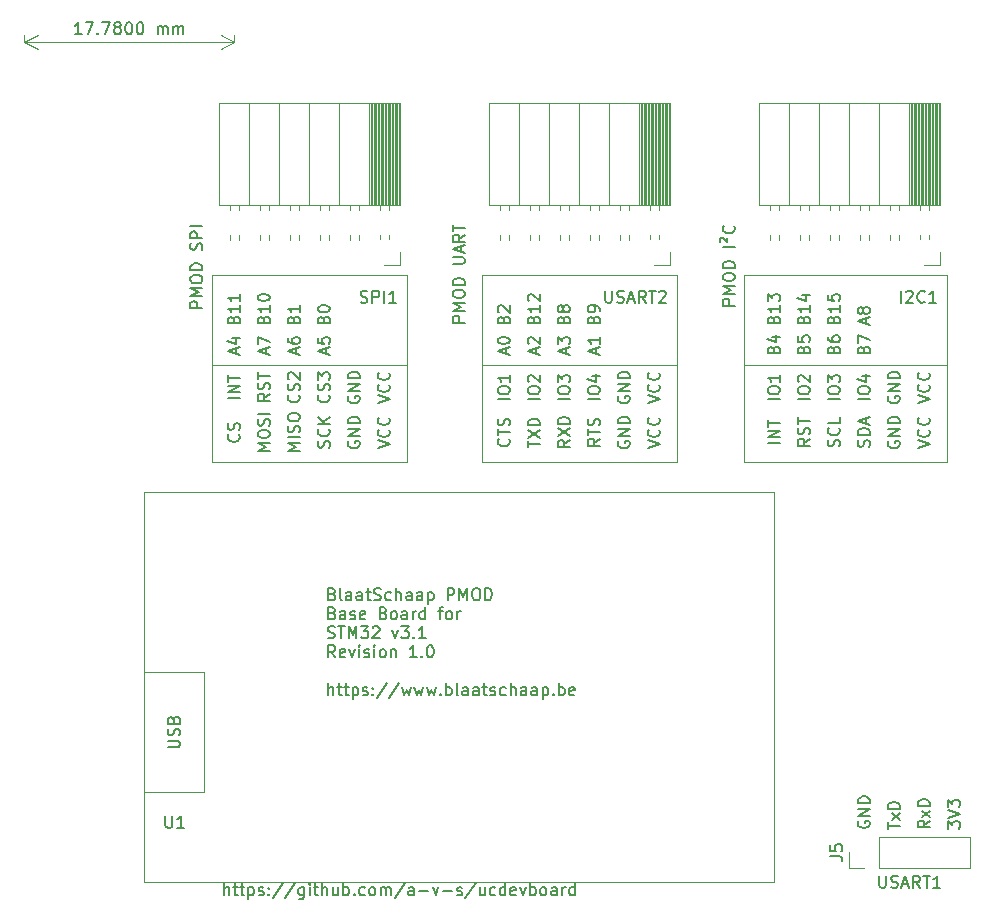
<source format=gbr>
%TF.GenerationSoftware,KiCad,Pcbnew,(6.0.5)*%
%TF.CreationDate,2022-07-15T12:34:29+02:00*%
%TF.ProjectId,pmod_bs3_baseboard,706d6f64-5f62-4733-935f-62617365626f,rev?*%
%TF.SameCoordinates,Original*%
%TF.FileFunction,Legend,Top*%
%TF.FilePolarity,Positive*%
%FSLAX46Y46*%
G04 Gerber Fmt 4.6, Leading zero omitted, Abs format (unit mm)*
G04 Created by KiCad (PCBNEW (6.0.5)) date 2022-07-15 12:34:29*
%MOMM*%
%LPD*%
G01*
G04 APERTURE LIST*
%ADD10C,0.120000*%
%ADD11C,0.150000*%
G04 APERTURE END LIST*
D10*
X69215000Y-40005000D02*
X85725000Y-40005000D01*
X85725000Y-40005000D02*
X85725000Y-48260000D01*
X85725000Y-48260000D02*
X69215000Y-48260000D01*
X69215000Y-48260000D02*
X69215000Y-40005000D01*
X92075000Y-40005000D02*
X108585000Y-40005000D01*
X108585000Y-40005000D02*
X108585000Y-48260000D01*
X108585000Y-48260000D02*
X92075000Y-48260000D01*
X92075000Y-48260000D02*
X92075000Y-40005000D01*
X92075000Y-32385000D02*
X108585000Y-32385000D01*
X108585000Y-32385000D02*
X108585000Y-40005000D01*
X108585000Y-40005000D02*
X92075000Y-40005000D01*
X92075000Y-40005000D02*
X92075000Y-32385000D01*
X69215000Y-32385000D02*
X85725000Y-32385000D01*
X85725000Y-32385000D02*
X85725000Y-40005000D01*
X85725000Y-40005000D02*
X69215000Y-40005000D01*
X69215000Y-40005000D02*
X69215000Y-32385000D01*
X114300000Y-40005000D02*
X131445000Y-40005000D01*
X131445000Y-40005000D02*
X131445000Y-48260000D01*
X131445000Y-48260000D02*
X114300000Y-48260000D01*
X114300000Y-48260000D02*
X114300000Y-40005000D01*
X114300000Y-32385000D02*
X131445000Y-32385000D01*
X131445000Y-32385000D02*
X131445000Y-40005000D01*
X131445000Y-40005000D02*
X114300000Y-40005000D01*
X114300000Y-40005000D02*
X114300000Y-32385000D01*
D11*
X73826666Y-39082023D02*
X73826666Y-38605833D01*
X74112380Y-39177261D02*
X73112380Y-38843928D01*
X74112380Y-38510595D01*
X73112380Y-38272500D02*
X73112380Y-37605833D01*
X74112380Y-38034404D01*
X76366666Y-39082023D02*
X76366666Y-38605833D01*
X76652380Y-39177261D02*
X75652380Y-38843928D01*
X76652380Y-38510595D01*
X75652380Y-37748690D02*
X75652380Y-37939166D01*
X75700000Y-38034404D01*
X75747619Y-38082023D01*
X75890476Y-38177261D01*
X76080952Y-38224880D01*
X76461904Y-38224880D01*
X76557142Y-38177261D01*
X76604761Y-38129642D01*
X76652380Y-38034404D01*
X76652380Y-37843928D01*
X76604761Y-37748690D01*
X76557142Y-37701071D01*
X76461904Y-37653452D01*
X76223809Y-37653452D01*
X76128571Y-37701071D01*
X76080952Y-37748690D01*
X76033333Y-37843928D01*
X76033333Y-38034404D01*
X76080952Y-38129642D01*
X76128571Y-38177261D01*
X76223809Y-38224880D01*
X78906666Y-39082023D02*
X78906666Y-38605833D01*
X79192380Y-39177261D02*
X78192380Y-38843928D01*
X79192380Y-38510595D01*
X78192380Y-37701071D02*
X78192380Y-38177261D01*
X78668571Y-38224880D01*
X78620952Y-38177261D01*
X78573333Y-38082023D01*
X78573333Y-37843928D01*
X78620952Y-37748690D01*
X78668571Y-37701071D01*
X78763809Y-37653452D01*
X79001904Y-37653452D01*
X79097142Y-37701071D01*
X79144761Y-37748690D01*
X79192380Y-37843928D01*
X79192380Y-38082023D01*
X79144761Y-38177261D01*
X79097142Y-38224880D01*
X76128571Y-36161071D02*
X76176190Y-36018214D01*
X76223809Y-35970595D01*
X76319047Y-35922976D01*
X76461904Y-35922976D01*
X76557142Y-35970595D01*
X76604761Y-36018214D01*
X76652380Y-36113452D01*
X76652380Y-36494404D01*
X75652380Y-36494404D01*
X75652380Y-36161071D01*
X75700000Y-36065833D01*
X75747619Y-36018214D01*
X75842857Y-35970595D01*
X75938095Y-35970595D01*
X76033333Y-36018214D01*
X76080952Y-36065833D01*
X76128571Y-36161071D01*
X76128571Y-36494404D01*
X76652380Y-34970595D02*
X76652380Y-35542023D01*
X76652380Y-35256309D02*
X75652380Y-35256309D01*
X75795238Y-35351547D01*
X75890476Y-35446785D01*
X75938095Y-35542023D01*
X78668571Y-36161071D02*
X78716190Y-36018214D01*
X78763809Y-35970595D01*
X78859047Y-35922976D01*
X79001904Y-35922976D01*
X79097142Y-35970595D01*
X79144761Y-36018214D01*
X79192380Y-36113452D01*
X79192380Y-36494404D01*
X78192380Y-36494404D01*
X78192380Y-36161071D01*
X78240000Y-36065833D01*
X78287619Y-36018214D01*
X78382857Y-35970595D01*
X78478095Y-35970595D01*
X78573333Y-36018214D01*
X78620952Y-36065833D01*
X78668571Y-36161071D01*
X78668571Y-36494404D01*
X78192380Y-35303928D02*
X78192380Y-35208690D01*
X78240000Y-35113452D01*
X78287619Y-35065833D01*
X78382857Y-35018214D01*
X78573333Y-34970595D01*
X78811428Y-34970595D01*
X79001904Y-35018214D01*
X79097142Y-35065833D01*
X79144761Y-35113452D01*
X79192380Y-35208690D01*
X79192380Y-35303928D01*
X79144761Y-35399166D01*
X79097142Y-35446785D01*
X79001904Y-35494404D01*
X78811428Y-35542023D01*
X78573333Y-35542023D01*
X78382857Y-35494404D01*
X78287619Y-35446785D01*
X78240000Y-35399166D01*
X78192380Y-35303928D01*
X93908571Y-36161071D02*
X93956190Y-36018214D01*
X94003809Y-35970595D01*
X94099047Y-35922976D01*
X94241904Y-35922976D01*
X94337142Y-35970595D01*
X94384761Y-36018214D01*
X94432380Y-36113452D01*
X94432380Y-36494404D01*
X93432380Y-36494404D01*
X93432380Y-36161071D01*
X93480000Y-36065833D01*
X93527619Y-36018214D01*
X93622857Y-35970595D01*
X93718095Y-35970595D01*
X93813333Y-36018214D01*
X93860952Y-36065833D01*
X93908571Y-36161071D01*
X93908571Y-36494404D01*
X93527619Y-35542023D02*
X93480000Y-35494404D01*
X93432380Y-35399166D01*
X93432380Y-35161071D01*
X93480000Y-35065833D01*
X93527619Y-35018214D01*
X93622857Y-34970595D01*
X93718095Y-34970595D01*
X93860952Y-35018214D01*
X94432380Y-35589642D01*
X94432380Y-34970595D01*
X94146666Y-39082023D02*
X94146666Y-38605833D01*
X94432380Y-39177261D02*
X93432380Y-38843928D01*
X94432380Y-38510595D01*
X93432380Y-37986785D02*
X93432380Y-37891547D01*
X93480000Y-37796309D01*
X93527619Y-37748690D01*
X93622857Y-37701071D01*
X93813333Y-37653452D01*
X94051428Y-37653452D01*
X94241904Y-37701071D01*
X94337142Y-37748690D01*
X94384761Y-37796309D01*
X94432380Y-37891547D01*
X94432380Y-37986785D01*
X94384761Y-38082023D01*
X94337142Y-38129642D01*
X94241904Y-38177261D01*
X94051428Y-38224880D01*
X93813333Y-38224880D01*
X93622857Y-38177261D01*
X93527619Y-38129642D01*
X93480000Y-38082023D01*
X93432380Y-37986785D01*
X96686666Y-39082023D02*
X96686666Y-38605833D01*
X96972380Y-39177261D02*
X95972380Y-38843928D01*
X96972380Y-38510595D01*
X96067619Y-38224880D02*
X96020000Y-38177261D01*
X95972380Y-38082023D01*
X95972380Y-37843928D01*
X96020000Y-37748690D01*
X96067619Y-37701071D01*
X96162857Y-37653452D01*
X96258095Y-37653452D01*
X96400952Y-37701071D01*
X96972380Y-38272500D01*
X96972380Y-37653452D01*
X96448571Y-36161071D02*
X96496190Y-36018214D01*
X96543809Y-35970595D01*
X96639047Y-35922976D01*
X96781904Y-35922976D01*
X96877142Y-35970595D01*
X96924761Y-36018214D01*
X96972380Y-36113452D01*
X96972380Y-36494404D01*
X95972380Y-36494404D01*
X95972380Y-36161071D01*
X96020000Y-36065833D01*
X96067619Y-36018214D01*
X96162857Y-35970595D01*
X96258095Y-35970595D01*
X96353333Y-36018214D01*
X96400952Y-36065833D01*
X96448571Y-36161071D01*
X96448571Y-36494404D01*
X96972380Y-34970595D02*
X96972380Y-35542023D01*
X96972380Y-35256309D02*
X95972380Y-35256309D01*
X96115238Y-35351547D01*
X96210476Y-35446785D01*
X96258095Y-35542023D01*
X96067619Y-34589642D02*
X96020000Y-34542023D01*
X95972380Y-34446785D01*
X95972380Y-34208690D01*
X96020000Y-34113452D01*
X96067619Y-34065833D01*
X96162857Y-34018214D01*
X96258095Y-34018214D01*
X96400952Y-34065833D01*
X96972380Y-34637261D01*
X96972380Y-34018214D01*
X98988571Y-36161071D02*
X99036190Y-36018214D01*
X99083809Y-35970595D01*
X99179047Y-35922976D01*
X99321904Y-35922976D01*
X99417142Y-35970595D01*
X99464761Y-36018214D01*
X99512380Y-36113452D01*
X99512380Y-36494404D01*
X98512380Y-36494404D01*
X98512380Y-36161071D01*
X98560000Y-36065833D01*
X98607619Y-36018214D01*
X98702857Y-35970595D01*
X98798095Y-35970595D01*
X98893333Y-36018214D01*
X98940952Y-36065833D01*
X98988571Y-36161071D01*
X98988571Y-36494404D01*
X98940952Y-35351547D02*
X98893333Y-35446785D01*
X98845714Y-35494404D01*
X98750476Y-35542023D01*
X98702857Y-35542023D01*
X98607619Y-35494404D01*
X98560000Y-35446785D01*
X98512380Y-35351547D01*
X98512380Y-35161071D01*
X98560000Y-35065833D01*
X98607619Y-35018214D01*
X98702857Y-34970595D01*
X98750476Y-34970595D01*
X98845714Y-35018214D01*
X98893333Y-35065833D01*
X98940952Y-35161071D01*
X98940952Y-35351547D01*
X98988571Y-35446785D01*
X99036190Y-35494404D01*
X99131428Y-35542023D01*
X99321904Y-35542023D01*
X99417142Y-35494404D01*
X99464761Y-35446785D01*
X99512380Y-35351547D01*
X99512380Y-35161071D01*
X99464761Y-35065833D01*
X99417142Y-35018214D01*
X99321904Y-34970595D01*
X99131428Y-34970595D01*
X99036190Y-35018214D01*
X98988571Y-35065833D01*
X98940952Y-35161071D01*
X99226666Y-39082023D02*
X99226666Y-38605833D01*
X99512380Y-39177261D02*
X98512380Y-38843928D01*
X99512380Y-38510595D01*
X98512380Y-38272500D02*
X98512380Y-37653452D01*
X98893333Y-37986785D01*
X98893333Y-37843928D01*
X98940952Y-37748690D01*
X98988571Y-37701071D01*
X99083809Y-37653452D01*
X99321904Y-37653452D01*
X99417142Y-37701071D01*
X99464761Y-37748690D01*
X99512380Y-37843928D01*
X99512380Y-38129642D01*
X99464761Y-38224880D01*
X99417142Y-38272500D01*
X101766666Y-39082023D02*
X101766666Y-38605833D01*
X102052380Y-39177261D02*
X101052380Y-38843928D01*
X102052380Y-38510595D01*
X102052380Y-37653452D02*
X102052380Y-38224880D01*
X102052380Y-37939166D02*
X101052380Y-37939166D01*
X101195238Y-38034404D01*
X101290476Y-38129642D01*
X101338095Y-38224880D01*
X101528571Y-36161071D02*
X101576190Y-36018214D01*
X101623809Y-35970595D01*
X101719047Y-35922976D01*
X101861904Y-35922976D01*
X101957142Y-35970595D01*
X102004761Y-36018214D01*
X102052380Y-36113452D01*
X102052380Y-36494404D01*
X101052380Y-36494404D01*
X101052380Y-36161071D01*
X101100000Y-36065833D01*
X101147619Y-36018214D01*
X101242857Y-35970595D01*
X101338095Y-35970595D01*
X101433333Y-36018214D01*
X101480952Y-36065833D01*
X101528571Y-36161071D01*
X101528571Y-36494404D01*
X102052380Y-35446785D02*
X102052380Y-35256309D01*
X102004761Y-35161071D01*
X101957142Y-35113452D01*
X101814285Y-35018214D01*
X101623809Y-34970595D01*
X101242857Y-34970595D01*
X101147619Y-35018214D01*
X101100000Y-35065833D01*
X101052380Y-35161071D01*
X101052380Y-35351547D01*
X101100000Y-35446785D01*
X101147619Y-35494404D01*
X101242857Y-35542023D01*
X101480952Y-35542023D01*
X101576190Y-35494404D01*
X101623809Y-35446785D01*
X101671428Y-35351547D01*
X101671428Y-35161071D01*
X101623809Y-35065833D01*
X101576190Y-35018214D01*
X101480952Y-34970595D01*
X124388571Y-38701071D02*
X124436190Y-38558214D01*
X124483809Y-38510595D01*
X124579047Y-38462976D01*
X124721904Y-38462976D01*
X124817142Y-38510595D01*
X124864761Y-38558214D01*
X124912380Y-38653452D01*
X124912380Y-39034404D01*
X123912380Y-39034404D01*
X123912380Y-38701071D01*
X123960000Y-38605833D01*
X124007619Y-38558214D01*
X124102857Y-38510595D01*
X124198095Y-38510595D01*
X124293333Y-38558214D01*
X124340952Y-38605833D01*
X124388571Y-38701071D01*
X124388571Y-39034404D01*
X123912380Y-38129642D02*
X123912380Y-37462976D01*
X124912380Y-37891547D01*
X121848571Y-38701071D02*
X121896190Y-38558214D01*
X121943809Y-38510595D01*
X122039047Y-38462976D01*
X122181904Y-38462976D01*
X122277142Y-38510595D01*
X122324761Y-38558214D01*
X122372380Y-38653452D01*
X122372380Y-39034404D01*
X121372380Y-39034404D01*
X121372380Y-38701071D01*
X121420000Y-38605833D01*
X121467619Y-38558214D01*
X121562857Y-38510595D01*
X121658095Y-38510595D01*
X121753333Y-38558214D01*
X121800952Y-38605833D01*
X121848571Y-38701071D01*
X121848571Y-39034404D01*
X121372380Y-37605833D02*
X121372380Y-37796309D01*
X121420000Y-37891547D01*
X121467619Y-37939166D01*
X121610476Y-38034404D01*
X121800952Y-38082023D01*
X122181904Y-38082023D01*
X122277142Y-38034404D01*
X122324761Y-37986785D01*
X122372380Y-37891547D01*
X122372380Y-37701071D01*
X122324761Y-37605833D01*
X122277142Y-37558214D01*
X122181904Y-37510595D01*
X121943809Y-37510595D01*
X121848571Y-37558214D01*
X121800952Y-37605833D01*
X121753333Y-37701071D01*
X121753333Y-37891547D01*
X121800952Y-37986785D01*
X121848571Y-38034404D01*
X121943809Y-38082023D01*
X119308571Y-36161071D02*
X119356190Y-36018214D01*
X119403809Y-35970595D01*
X119499047Y-35922976D01*
X119641904Y-35922976D01*
X119737142Y-35970595D01*
X119784761Y-36018214D01*
X119832380Y-36113452D01*
X119832380Y-36494404D01*
X118832380Y-36494404D01*
X118832380Y-36161071D01*
X118880000Y-36065833D01*
X118927619Y-36018214D01*
X119022857Y-35970595D01*
X119118095Y-35970595D01*
X119213333Y-36018214D01*
X119260952Y-36065833D01*
X119308571Y-36161071D01*
X119308571Y-36494404D01*
X119832380Y-34970595D02*
X119832380Y-35542023D01*
X119832380Y-35256309D02*
X118832380Y-35256309D01*
X118975238Y-35351547D01*
X119070476Y-35446785D01*
X119118095Y-35542023D01*
X119165714Y-34113452D02*
X119832380Y-34113452D01*
X118784761Y-34351547D02*
X119499047Y-34589642D01*
X119499047Y-33970595D01*
X124626666Y-36542023D02*
X124626666Y-36065833D01*
X124912380Y-36637261D02*
X123912380Y-36303928D01*
X124912380Y-35970595D01*
X124340952Y-35494404D02*
X124293333Y-35589642D01*
X124245714Y-35637261D01*
X124150476Y-35684880D01*
X124102857Y-35684880D01*
X124007619Y-35637261D01*
X123960000Y-35589642D01*
X123912380Y-35494404D01*
X123912380Y-35303928D01*
X123960000Y-35208690D01*
X124007619Y-35161071D01*
X124102857Y-35113452D01*
X124150476Y-35113452D01*
X124245714Y-35161071D01*
X124293333Y-35208690D01*
X124340952Y-35303928D01*
X124340952Y-35494404D01*
X124388571Y-35589642D01*
X124436190Y-35637261D01*
X124531428Y-35684880D01*
X124721904Y-35684880D01*
X124817142Y-35637261D01*
X124864761Y-35589642D01*
X124912380Y-35494404D01*
X124912380Y-35303928D01*
X124864761Y-35208690D01*
X124817142Y-35161071D01*
X124721904Y-35113452D01*
X124531428Y-35113452D01*
X124436190Y-35161071D01*
X124388571Y-35208690D01*
X124340952Y-35303928D01*
X119308571Y-38701071D02*
X119356190Y-38558214D01*
X119403809Y-38510595D01*
X119499047Y-38462976D01*
X119641904Y-38462976D01*
X119737142Y-38510595D01*
X119784761Y-38558214D01*
X119832380Y-38653452D01*
X119832380Y-39034404D01*
X118832380Y-39034404D01*
X118832380Y-38701071D01*
X118880000Y-38605833D01*
X118927619Y-38558214D01*
X119022857Y-38510595D01*
X119118095Y-38510595D01*
X119213333Y-38558214D01*
X119260952Y-38605833D01*
X119308571Y-38701071D01*
X119308571Y-39034404D01*
X118832380Y-37558214D02*
X118832380Y-38034404D01*
X119308571Y-38082023D01*
X119260952Y-38034404D01*
X119213333Y-37939166D01*
X119213333Y-37701071D01*
X119260952Y-37605833D01*
X119308571Y-37558214D01*
X119403809Y-37510595D01*
X119641904Y-37510595D01*
X119737142Y-37558214D01*
X119784761Y-37605833D01*
X119832380Y-37701071D01*
X119832380Y-37939166D01*
X119784761Y-38034404D01*
X119737142Y-38082023D01*
X121848571Y-36161071D02*
X121896190Y-36018214D01*
X121943809Y-35970595D01*
X122039047Y-35922976D01*
X122181904Y-35922976D01*
X122277142Y-35970595D01*
X122324761Y-36018214D01*
X122372380Y-36113452D01*
X122372380Y-36494404D01*
X121372380Y-36494404D01*
X121372380Y-36161071D01*
X121420000Y-36065833D01*
X121467619Y-36018214D01*
X121562857Y-35970595D01*
X121658095Y-35970595D01*
X121753333Y-36018214D01*
X121800952Y-36065833D01*
X121848571Y-36161071D01*
X121848571Y-36494404D01*
X122372380Y-34970595D02*
X122372380Y-35542023D01*
X122372380Y-35256309D02*
X121372380Y-35256309D01*
X121515238Y-35351547D01*
X121610476Y-35446785D01*
X121658095Y-35542023D01*
X121372380Y-34065833D02*
X121372380Y-34542023D01*
X121848571Y-34589642D01*
X121800952Y-34542023D01*
X121753333Y-34446785D01*
X121753333Y-34208690D01*
X121800952Y-34113452D01*
X121848571Y-34065833D01*
X121943809Y-34018214D01*
X122181904Y-34018214D01*
X122277142Y-34065833D01*
X122324761Y-34113452D01*
X122372380Y-34208690D01*
X122372380Y-34446785D01*
X122324761Y-34542023D01*
X122277142Y-34589642D01*
X116768571Y-38701071D02*
X116816190Y-38558214D01*
X116863809Y-38510595D01*
X116959047Y-38462976D01*
X117101904Y-38462976D01*
X117197142Y-38510595D01*
X117244761Y-38558214D01*
X117292380Y-38653452D01*
X117292380Y-39034404D01*
X116292380Y-39034404D01*
X116292380Y-38701071D01*
X116340000Y-38605833D01*
X116387619Y-38558214D01*
X116482857Y-38510595D01*
X116578095Y-38510595D01*
X116673333Y-38558214D01*
X116720952Y-38605833D01*
X116768571Y-38701071D01*
X116768571Y-39034404D01*
X116625714Y-37605833D02*
X117292380Y-37605833D01*
X116244761Y-37843928D02*
X116959047Y-38082023D01*
X116959047Y-37462976D01*
X116768571Y-36161071D02*
X116816190Y-36018214D01*
X116863809Y-35970595D01*
X116959047Y-35922976D01*
X117101904Y-35922976D01*
X117197142Y-35970595D01*
X117244761Y-36018214D01*
X117292380Y-36113452D01*
X117292380Y-36494404D01*
X116292380Y-36494404D01*
X116292380Y-36161071D01*
X116340000Y-36065833D01*
X116387619Y-36018214D01*
X116482857Y-35970595D01*
X116578095Y-35970595D01*
X116673333Y-36018214D01*
X116720952Y-36065833D01*
X116768571Y-36161071D01*
X116768571Y-36494404D01*
X117292380Y-34970595D02*
X117292380Y-35542023D01*
X117292380Y-35256309D02*
X116292380Y-35256309D01*
X116435238Y-35351547D01*
X116530476Y-35446785D01*
X116578095Y-35542023D01*
X116292380Y-34637261D02*
X116292380Y-34018214D01*
X116673333Y-34351547D01*
X116673333Y-34208690D01*
X116720952Y-34113452D01*
X116768571Y-34065833D01*
X116863809Y-34018214D01*
X117101904Y-34018214D01*
X117197142Y-34065833D01*
X117244761Y-34113452D01*
X117292380Y-34208690D01*
X117292380Y-34494404D01*
X117244761Y-34589642D01*
X117197142Y-34637261D01*
X90622380Y-36418452D02*
X89622380Y-36418452D01*
X89622380Y-36037500D01*
X89670000Y-35942261D01*
X89717619Y-35894642D01*
X89812857Y-35847023D01*
X89955714Y-35847023D01*
X90050952Y-35894642D01*
X90098571Y-35942261D01*
X90146190Y-36037500D01*
X90146190Y-36418452D01*
X90622380Y-35418452D02*
X89622380Y-35418452D01*
X90336666Y-35085119D01*
X89622380Y-34751785D01*
X90622380Y-34751785D01*
X89622380Y-34085119D02*
X89622380Y-33894642D01*
X89670000Y-33799404D01*
X89765238Y-33704166D01*
X89955714Y-33656547D01*
X90289047Y-33656547D01*
X90479523Y-33704166D01*
X90574761Y-33799404D01*
X90622380Y-33894642D01*
X90622380Y-34085119D01*
X90574761Y-34180357D01*
X90479523Y-34275595D01*
X90289047Y-34323214D01*
X89955714Y-34323214D01*
X89765238Y-34275595D01*
X89670000Y-34180357D01*
X89622380Y-34085119D01*
X90622380Y-33227976D02*
X89622380Y-33227976D01*
X89622380Y-32989880D01*
X89670000Y-32847023D01*
X89765238Y-32751785D01*
X89860476Y-32704166D01*
X90050952Y-32656547D01*
X90193809Y-32656547D01*
X90384285Y-32704166D01*
X90479523Y-32751785D01*
X90574761Y-32847023D01*
X90622380Y-32989880D01*
X90622380Y-33227976D01*
X89622380Y-31466071D02*
X90431904Y-31466071D01*
X90527142Y-31418452D01*
X90574761Y-31370833D01*
X90622380Y-31275595D01*
X90622380Y-31085119D01*
X90574761Y-30989880D01*
X90527142Y-30942261D01*
X90431904Y-30894642D01*
X89622380Y-30894642D01*
X90336666Y-30466071D02*
X90336666Y-29989880D01*
X90622380Y-30561309D02*
X89622380Y-30227976D01*
X90622380Y-29894642D01*
X90622380Y-28989880D02*
X90146190Y-29323214D01*
X90622380Y-29561309D02*
X89622380Y-29561309D01*
X89622380Y-29180357D01*
X89670000Y-29085119D01*
X89717619Y-29037500D01*
X89812857Y-28989880D01*
X89955714Y-28989880D01*
X90050952Y-29037500D01*
X90098571Y-29085119D01*
X90146190Y-29180357D01*
X90146190Y-29561309D01*
X89622380Y-28704166D02*
X89622380Y-28132738D01*
X90622380Y-28418452D02*
X89622380Y-28418452D01*
X113482380Y-34989880D02*
X112482380Y-34989880D01*
X112482380Y-34608928D01*
X112530000Y-34513690D01*
X112577619Y-34466071D01*
X112672857Y-34418452D01*
X112815714Y-34418452D01*
X112910952Y-34466071D01*
X112958571Y-34513690D01*
X113006190Y-34608928D01*
X113006190Y-34989880D01*
X113482380Y-33989880D02*
X112482380Y-33989880D01*
X113196666Y-33656547D01*
X112482380Y-33323214D01*
X113482380Y-33323214D01*
X112482380Y-32656547D02*
X112482380Y-32466071D01*
X112530000Y-32370833D01*
X112625238Y-32275595D01*
X112815714Y-32227976D01*
X113149047Y-32227976D01*
X113339523Y-32275595D01*
X113434761Y-32370833D01*
X113482380Y-32466071D01*
X113482380Y-32656547D01*
X113434761Y-32751785D01*
X113339523Y-32847023D01*
X113149047Y-32894642D01*
X112815714Y-32894642D01*
X112625238Y-32847023D01*
X112530000Y-32751785D01*
X112482380Y-32656547D01*
X113482380Y-31799404D02*
X112482380Y-31799404D01*
X112482380Y-31561309D01*
X112530000Y-31418452D01*
X112625238Y-31323214D01*
X112720476Y-31275595D01*
X112910952Y-31227976D01*
X113053809Y-31227976D01*
X113244285Y-31275595D01*
X113339523Y-31323214D01*
X113434761Y-31418452D01*
X113482380Y-31561309D01*
X113482380Y-31799404D01*
X113482380Y-30037500D02*
X112482380Y-30037500D01*
X112244285Y-29608928D02*
X112196666Y-29513690D01*
X112196666Y-29370833D01*
X112244285Y-29275595D01*
X112339523Y-29227976D01*
X112434761Y-29227976D01*
X112530000Y-29275595D01*
X112863333Y-29608928D01*
X112863333Y-29227976D01*
X113387142Y-28227976D02*
X113434761Y-28275595D01*
X113482380Y-28418452D01*
X113482380Y-28513690D01*
X113434761Y-28656547D01*
X113339523Y-28751785D01*
X113244285Y-28799404D01*
X113053809Y-28847023D01*
X112910952Y-28847023D01*
X112720476Y-28799404D01*
X112625238Y-28751785D01*
X112530000Y-28656547D01*
X112482380Y-28513690D01*
X112482380Y-28418452D01*
X112530000Y-28275595D01*
X112577619Y-28227976D01*
X71572380Y-42814761D02*
X70572380Y-42814761D01*
X71572380Y-42338571D02*
X70572380Y-42338571D01*
X71572380Y-41767142D01*
X70572380Y-41767142D01*
X70572380Y-41433809D02*
X70572380Y-40862380D01*
X71572380Y-41148095D02*
X70572380Y-41148095D01*
X122372380Y-42910000D02*
X121372380Y-42910000D01*
X121372380Y-42243333D02*
X121372380Y-42052857D01*
X121420000Y-41957619D01*
X121515238Y-41862380D01*
X121705714Y-41814761D01*
X122039047Y-41814761D01*
X122229523Y-41862380D01*
X122324761Y-41957619D01*
X122372380Y-42052857D01*
X122372380Y-42243333D01*
X122324761Y-42338571D01*
X122229523Y-42433809D01*
X122039047Y-42481428D01*
X121705714Y-42481428D01*
X121515238Y-42433809D01*
X121420000Y-42338571D01*
X121372380Y-42243333D01*
X121372380Y-41481428D02*
X121372380Y-40862380D01*
X121753333Y-41195714D01*
X121753333Y-41052857D01*
X121800952Y-40957619D01*
X121848571Y-40910000D01*
X121943809Y-40862380D01*
X122181904Y-40862380D01*
X122277142Y-40910000D01*
X122324761Y-40957619D01*
X122372380Y-41052857D01*
X122372380Y-41338571D01*
X122324761Y-41433809D01*
X122277142Y-41481428D01*
X131532380Y-79261642D02*
X131532380Y-78642595D01*
X131913333Y-78975928D01*
X131913333Y-78833071D01*
X131960952Y-78737833D01*
X132008571Y-78690214D01*
X132103809Y-78642595D01*
X132341904Y-78642595D01*
X132437142Y-78690214D01*
X132484761Y-78737833D01*
X132532380Y-78833071D01*
X132532380Y-79118785D01*
X132484761Y-79214023D01*
X132437142Y-79261642D01*
X131532380Y-78356880D02*
X132532380Y-78023547D01*
X131532380Y-77690214D01*
X131532380Y-77452119D02*
X131532380Y-76833071D01*
X131913333Y-77166404D01*
X131913333Y-77023547D01*
X131960952Y-76928309D01*
X132008571Y-76880690D01*
X132103809Y-76833071D01*
X132341904Y-76833071D01*
X132437142Y-76880690D01*
X132484761Y-76928309D01*
X132532380Y-77023547D01*
X132532380Y-77309261D01*
X132484761Y-77404500D01*
X132437142Y-77452119D01*
X102519166Y-33742380D02*
X102519166Y-34551904D01*
X102566785Y-34647142D01*
X102614404Y-34694761D01*
X102709642Y-34742380D01*
X102900119Y-34742380D01*
X102995357Y-34694761D01*
X103042976Y-34647142D01*
X103090595Y-34551904D01*
X103090595Y-33742380D01*
X103519166Y-34694761D02*
X103662023Y-34742380D01*
X103900119Y-34742380D01*
X103995357Y-34694761D01*
X104042976Y-34647142D01*
X104090595Y-34551904D01*
X104090595Y-34456666D01*
X104042976Y-34361428D01*
X103995357Y-34313809D01*
X103900119Y-34266190D01*
X103709642Y-34218571D01*
X103614404Y-34170952D01*
X103566785Y-34123333D01*
X103519166Y-34028095D01*
X103519166Y-33932857D01*
X103566785Y-33837619D01*
X103614404Y-33790000D01*
X103709642Y-33742380D01*
X103947738Y-33742380D01*
X104090595Y-33790000D01*
X104471547Y-34456666D02*
X104947738Y-34456666D01*
X104376309Y-34742380D02*
X104709642Y-33742380D01*
X105042976Y-34742380D01*
X105947738Y-34742380D02*
X105614404Y-34266190D01*
X105376309Y-34742380D02*
X105376309Y-33742380D01*
X105757261Y-33742380D01*
X105852500Y-33790000D01*
X105900119Y-33837619D01*
X105947738Y-33932857D01*
X105947738Y-34075714D01*
X105900119Y-34170952D01*
X105852500Y-34218571D01*
X105757261Y-34266190D01*
X105376309Y-34266190D01*
X106233452Y-33742380D02*
X106804880Y-33742380D01*
X106519166Y-34742380D02*
X106519166Y-33742380D01*
X107090595Y-33837619D02*
X107138214Y-33790000D01*
X107233452Y-33742380D01*
X107471547Y-33742380D01*
X107566785Y-33790000D01*
X107614404Y-33837619D01*
X107662023Y-33932857D01*
X107662023Y-34028095D01*
X107614404Y-34170952D01*
X107042976Y-34742380D01*
X107662023Y-34742380D01*
X71477142Y-45886666D02*
X71524761Y-45934285D01*
X71572380Y-46077142D01*
X71572380Y-46172380D01*
X71524761Y-46315238D01*
X71429523Y-46410476D01*
X71334285Y-46458095D01*
X71143809Y-46505714D01*
X71000952Y-46505714D01*
X70810476Y-46458095D01*
X70715238Y-46410476D01*
X70620000Y-46315238D01*
X70572380Y-46172380D01*
X70572380Y-46077142D01*
X70620000Y-45934285D01*
X70667619Y-45886666D01*
X71524761Y-45505714D02*
X71572380Y-45362857D01*
X71572380Y-45124761D01*
X71524761Y-45029523D01*
X71477142Y-44981904D01*
X71381904Y-44934285D01*
X71286666Y-44934285D01*
X71191428Y-44981904D01*
X71143809Y-45029523D01*
X71096190Y-45124761D01*
X71048571Y-45315238D01*
X71000952Y-45410476D01*
X70953333Y-45458095D01*
X70858095Y-45505714D01*
X70762857Y-45505714D01*
X70667619Y-45458095D01*
X70620000Y-45410476D01*
X70572380Y-45315238D01*
X70572380Y-45077142D01*
X70620000Y-44934285D01*
X106132380Y-47053333D02*
X107132380Y-46720000D01*
X106132380Y-46386666D01*
X107037142Y-45481904D02*
X107084761Y-45529523D01*
X107132380Y-45672380D01*
X107132380Y-45767619D01*
X107084761Y-45910476D01*
X106989523Y-46005714D01*
X106894285Y-46053333D01*
X106703809Y-46100952D01*
X106560952Y-46100952D01*
X106370476Y-46053333D01*
X106275238Y-46005714D01*
X106180000Y-45910476D01*
X106132380Y-45767619D01*
X106132380Y-45672380D01*
X106180000Y-45529523D01*
X106227619Y-45481904D01*
X107037142Y-44481904D02*
X107084761Y-44529523D01*
X107132380Y-44672380D01*
X107132380Y-44767619D01*
X107084761Y-44910476D01*
X106989523Y-45005714D01*
X106894285Y-45053333D01*
X106703809Y-45100952D01*
X106560952Y-45100952D01*
X106370476Y-45053333D01*
X106275238Y-45005714D01*
X106180000Y-44910476D01*
X106132380Y-44767619D01*
X106132380Y-44672380D01*
X106180000Y-44529523D01*
X106227619Y-44481904D01*
X74112380Y-42457619D02*
X73636190Y-42790952D01*
X74112380Y-43029047D02*
X73112380Y-43029047D01*
X73112380Y-42648095D01*
X73160000Y-42552857D01*
X73207619Y-42505238D01*
X73302857Y-42457619D01*
X73445714Y-42457619D01*
X73540952Y-42505238D01*
X73588571Y-42552857D01*
X73636190Y-42648095D01*
X73636190Y-43029047D01*
X74064761Y-42076666D02*
X74112380Y-41933809D01*
X74112380Y-41695714D01*
X74064761Y-41600476D01*
X74017142Y-41552857D01*
X73921904Y-41505238D01*
X73826666Y-41505238D01*
X73731428Y-41552857D01*
X73683809Y-41600476D01*
X73636190Y-41695714D01*
X73588571Y-41886190D01*
X73540952Y-41981428D01*
X73493333Y-42029047D01*
X73398095Y-42076666D01*
X73302857Y-42076666D01*
X73207619Y-42029047D01*
X73160000Y-41981428D01*
X73112380Y-41886190D01*
X73112380Y-41648095D01*
X73160000Y-41505238D01*
X73112380Y-41219523D02*
X73112380Y-40648095D01*
X74112380Y-40933809D02*
X73112380Y-40933809D01*
X117292380Y-42910000D02*
X116292380Y-42910000D01*
X116292380Y-42243333D02*
X116292380Y-42052857D01*
X116340000Y-41957619D01*
X116435238Y-41862380D01*
X116625714Y-41814761D01*
X116959047Y-41814761D01*
X117149523Y-41862380D01*
X117244761Y-41957619D01*
X117292380Y-42052857D01*
X117292380Y-42243333D01*
X117244761Y-42338571D01*
X117149523Y-42433809D01*
X116959047Y-42481428D01*
X116625714Y-42481428D01*
X116435238Y-42433809D01*
X116340000Y-42338571D01*
X116292380Y-42243333D01*
X117292380Y-40862380D02*
X117292380Y-41433809D01*
X117292380Y-41148095D02*
X116292380Y-41148095D01*
X116435238Y-41243333D01*
X116530476Y-41338571D01*
X116578095Y-41433809D01*
X126500000Y-42671904D02*
X126452380Y-42767142D01*
X126452380Y-42910000D01*
X126500000Y-43052857D01*
X126595238Y-43148095D01*
X126690476Y-43195714D01*
X126880952Y-43243333D01*
X127023809Y-43243333D01*
X127214285Y-43195714D01*
X127309523Y-43148095D01*
X127404761Y-43052857D01*
X127452380Y-42910000D01*
X127452380Y-42814761D01*
X127404761Y-42671904D01*
X127357142Y-42624285D01*
X127023809Y-42624285D01*
X127023809Y-42814761D01*
X127452380Y-42195714D02*
X126452380Y-42195714D01*
X127452380Y-41624285D01*
X126452380Y-41624285D01*
X127452380Y-41148095D02*
X126452380Y-41148095D01*
X126452380Y-40910000D01*
X126500000Y-40767142D01*
X126595238Y-40671904D01*
X126690476Y-40624285D01*
X126880952Y-40576666D01*
X127023809Y-40576666D01*
X127214285Y-40624285D01*
X127309523Y-40671904D01*
X127404761Y-40767142D01*
X127452380Y-40910000D01*
X127452380Y-41148095D01*
X79097142Y-42552857D02*
X79144761Y-42600476D01*
X79192380Y-42743333D01*
X79192380Y-42838571D01*
X79144761Y-42981428D01*
X79049523Y-43076666D01*
X78954285Y-43124285D01*
X78763809Y-43171904D01*
X78620952Y-43171904D01*
X78430476Y-43124285D01*
X78335238Y-43076666D01*
X78240000Y-42981428D01*
X78192380Y-42838571D01*
X78192380Y-42743333D01*
X78240000Y-42600476D01*
X78287619Y-42552857D01*
X79144761Y-42171904D02*
X79192380Y-42029047D01*
X79192380Y-41790952D01*
X79144761Y-41695714D01*
X79097142Y-41648095D01*
X79001904Y-41600476D01*
X78906666Y-41600476D01*
X78811428Y-41648095D01*
X78763809Y-41695714D01*
X78716190Y-41790952D01*
X78668571Y-41981428D01*
X78620952Y-42076666D01*
X78573333Y-42124285D01*
X78478095Y-42171904D01*
X78382857Y-42171904D01*
X78287619Y-42124285D01*
X78240000Y-42076666D01*
X78192380Y-41981428D01*
X78192380Y-41743333D01*
X78240000Y-41600476D01*
X78192380Y-41267142D02*
X78192380Y-40648095D01*
X78573333Y-40981428D01*
X78573333Y-40838571D01*
X78620952Y-40743333D01*
X78668571Y-40695714D01*
X78763809Y-40648095D01*
X79001904Y-40648095D01*
X79097142Y-40695714D01*
X79144761Y-40743333D01*
X79192380Y-40838571D01*
X79192380Y-41124285D01*
X79144761Y-41219523D01*
X79097142Y-41267142D01*
X96972380Y-42910000D02*
X95972380Y-42910000D01*
X95972380Y-42243333D02*
X95972380Y-42052857D01*
X96020000Y-41957619D01*
X96115238Y-41862380D01*
X96305714Y-41814761D01*
X96639047Y-41814761D01*
X96829523Y-41862380D01*
X96924761Y-41957619D01*
X96972380Y-42052857D01*
X96972380Y-42243333D01*
X96924761Y-42338571D01*
X96829523Y-42433809D01*
X96639047Y-42481428D01*
X96305714Y-42481428D01*
X96115238Y-42433809D01*
X96020000Y-42338571D01*
X95972380Y-42243333D01*
X96067619Y-41433809D02*
X96020000Y-41386190D01*
X95972380Y-41290952D01*
X95972380Y-41052857D01*
X96020000Y-40957619D01*
X96067619Y-40910000D01*
X96162857Y-40862380D01*
X96258095Y-40862380D01*
X96400952Y-40910000D01*
X96972380Y-41481428D01*
X96972380Y-40862380D01*
X119832380Y-42910000D02*
X118832380Y-42910000D01*
X118832380Y-42243333D02*
X118832380Y-42052857D01*
X118880000Y-41957619D01*
X118975238Y-41862380D01*
X119165714Y-41814761D01*
X119499047Y-41814761D01*
X119689523Y-41862380D01*
X119784761Y-41957619D01*
X119832380Y-42052857D01*
X119832380Y-42243333D01*
X119784761Y-42338571D01*
X119689523Y-42433809D01*
X119499047Y-42481428D01*
X119165714Y-42481428D01*
X118975238Y-42433809D01*
X118880000Y-42338571D01*
X118832380Y-42243333D01*
X118927619Y-41433809D02*
X118880000Y-41386190D01*
X118832380Y-41290952D01*
X118832380Y-41052857D01*
X118880000Y-40957619D01*
X118927619Y-40910000D01*
X119022857Y-40862380D01*
X119118095Y-40862380D01*
X119260952Y-40910000D01*
X119832380Y-41481428D01*
X119832380Y-40862380D01*
X117292380Y-46624761D02*
X116292380Y-46624761D01*
X117292380Y-46148571D02*
X116292380Y-46148571D01*
X117292380Y-45577142D01*
X116292380Y-45577142D01*
X116292380Y-45243809D02*
X116292380Y-44672380D01*
X117292380Y-44958095D02*
X116292380Y-44958095D01*
X95972380Y-46981904D02*
X95972380Y-46410476D01*
X96972380Y-46696190D02*
X95972380Y-46696190D01*
X95972380Y-46172380D02*
X96972380Y-45505714D01*
X95972380Y-45505714D02*
X96972380Y-46172380D01*
X96972380Y-45124761D02*
X95972380Y-45124761D01*
X95972380Y-44886666D01*
X96020000Y-44743809D01*
X96115238Y-44648571D01*
X96210476Y-44600952D01*
X96400952Y-44553333D01*
X96543809Y-44553333D01*
X96734285Y-44600952D01*
X96829523Y-44648571D01*
X96924761Y-44743809D01*
X96972380Y-44886666D01*
X96972380Y-45124761D01*
X99512380Y-42910000D02*
X98512380Y-42910000D01*
X98512380Y-42243333D02*
X98512380Y-42052857D01*
X98560000Y-41957619D01*
X98655238Y-41862380D01*
X98845714Y-41814761D01*
X99179047Y-41814761D01*
X99369523Y-41862380D01*
X99464761Y-41957619D01*
X99512380Y-42052857D01*
X99512380Y-42243333D01*
X99464761Y-42338571D01*
X99369523Y-42433809D01*
X99179047Y-42481428D01*
X98845714Y-42481428D01*
X98655238Y-42433809D01*
X98560000Y-42338571D01*
X98512380Y-42243333D01*
X98512380Y-41481428D02*
X98512380Y-40862380D01*
X98893333Y-41195714D01*
X98893333Y-41052857D01*
X98940952Y-40957619D01*
X98988571Y-40910000D01*
X99083809Y-40862380D01*
X99321904Y-40862380D01*
X99417142Y-40910000D01*
X99464761Y-40957619D01*
X99512380Y-41052857D01*
X99512380Y-41338571D01*
X99464761Y-41433809D01*
X99417142Y-41481428D01*
X80780000Y-46481904D02*
X80732380Y-46577142D01*
X80732380Y-46720000D01*
X80780000Y-46862857D01*
X80875238Y-46958095D01*
X80970476Y-47005714D01*
X81160952Y-47053333D01*
X81303809Y-47053333D01*
X81494285Y-47005714D01*
X81589523Y-46958095D01*
X81684761Y-46862857D01*
X81732380Y-46720000D01*
X81732380Y-46624761D01*
X81684761Y-46481904D01*
X81637142Y-46434285D01*
X81303809Y-46434285D01*
X81303809Y-46624761D01*
X81732380Y-46005714D02*
X80732380Y-46005714D01*
X81732380Y-45434285D01*
X80732380Y-45434285D01*
X81732380Y-44958095D02*
X80732380Y-44958095D01*
X80732380Y-44720000D01*
X80780000Y-44577142D01*
X80875238Y-44481904D01*
X80970476Y-44434285D01*
X81160952Y-44386666D01*
X81303809Y-44386666D01*
X81494285Y-44434285D01*
X81589523Y-44481904D01*
X81684761Y-44577142D01*
X81732380Y-44720000D01*
X81732380Y-44958095D01*
X79408928Y-59403571D02*
X79551785Y-59451190D01*
X79599404Y-59498809D01*
X79647023Y-59594047D01*
X79647023Y-59736904D01*
X79599404Y-59832142D01*
X79551785Y-59879761D01*
X79456547Y-59927380D01*
X79075595Y-59927380D01*
X79075595Y-58927380D01*
X79408928Y-58927380D01*
X79504166Y-58975000D01*
X79551785Y-59022619D01*
X79599404Y-59117857D01*
X79599404Y-59213095D01*
X79551785Y-59308333D01*
X79504166Y-59355952D01*
X79408928Y-59403571D01*
X79075595Y-59403571D01*
X80218452Y-59927380D02*
X80123214Y-59879761D01*
X80075595Y-59784523D01*
X80075595Y-58927380D01*
X81027976Y-59927380D02*
X81027976Y-59403571D01*
X80980357Y-59308333D01*
X80885119Y-59260714D01*
X80694642Y-59260714D01*
X80599404Y-59308333D01*
X81027976Y-59879761D02*
X80932738Y-59927380D01*
X80694642Y-59927380D01*
X80599404Y-59879761D01*
X80551785Y-59784523D01*
X80551785Y-59689285D01*
X80599404Y-59594047D01*
X80694642Y-59546428D01*
X80932738Y-59546428D01*
X81027976Y-59498809D01*
X81932738Y-59927380D02*
X81932738Y-59403571D01*
X81885119Y-59308333D01*
X81789880Y-59260714D01*
X81599404Y-59260714D01*
X81504166Y-59308333D01*
X81932738Y-59879761D02*
X81837500Y-59927380D01*
X81599404Y-59927380D01*
X81504166Y-59879761D01*
X81456547Y-59784523D01*
X81456547Y-59689285D01*
X81504166Y-59594047D01*
X81599404Y-59546428D01*
X81837500Y-59546428D01*
X81932738Y-59498809D01*
X82266071Y-59260714D02*
X82647023Y-59260714D01*
X82408928Y-58927380D02*
X82408928Y-59784523D01*
X82456547Y-59879761D01*
X82551785Y-59927380D01*
X82647023Y-59927380D01*
X82932738Y-59879761D02*
X83075595Y-59927380D01*
X83313690Y-59927380D01*
X83408928Y-59879761D01*
X83456547Y-59832142D01*
X83504166Y-59736904D01*
X83504166Y-59641666D01*
X83456547Y-59546428D01*
X83408928Y-59498809D01*
X83313690Y-59451190D01*
X83123214Y-59403571D01*
X83027976Y-59355952D01*
X82980357Y-59308333D01*
X82932738Y-59213095D01*
X82932738Y-59117857D01*
X82980357Y-59022619D01*
X83027976Y-58975000D01*
X83123214Y-58927380D01*
X83361309Y-58927380D01*
X83504166Y-58975000D01*
X84361309Y-59879761D02*
X84266071Y-59927380D01*
X84075595Y-59927380D01*
X83980357Y-59879761D01*
X83932738Y-59832142D01*
X83885119Y-59736904D01*
X83885119Y-59451190D01*
X83932738Y-59355952D01*
X83980357Y-59308333D01*
X84075595Y-59260714D01*
X84266071Y-59260714D01*
X84361309Y-59308333D01*
X84789880Y-59927380D02*
X84789880Y-58927380D01*
X85218452Y-59927380D02*
X85218452Y-59403571D01*
X85170833Y-59308333D01*
X85075595Y-59260714D01*
X84932738Y-59260714D01*
X84837500Y-59308333D01*
X84789880Y-59355952D01*
X86123214Y-59927380D02*
X86123214Y-59403571D01*
X86075595Y-59308333D01*
X85980357Y-59260714D01*
X85789880Y-59260714D01*
X85694642Y-59308333D01*
X86123214Y-59879761D02*
X86027976Y-59927380D01*
X85789880Y-59927380D01*
X85694642Y-59879761D01*
X85647023Y-59784523D01*
X85647023Y-59689285D01*
X85694642Y-59594047D01*
X85789880Y-59546428D01*
X86027976Y-59546428D01*
X86123214Y-59498809D01*
X87027976Y-59927380D02*
X87027976Y-59403571D01*
X86980357Y-59308333D01*
X86885119Y-59260714D01*
X86694642Y-59260714D01*
X86599404Y-59308333D01*
X87027976Y-59879761D02*
X86932738Y-59927380D01*
X86694642Y-59927380D01*
X86599404Y-59879761D01*
X86551785Y-59784523D01*
X86551785Y-59689285D01*
X86599404Y-59594047D01*
X86694642Y-59546428D01*
X86932738Y-59546428D01*
X87027976Y-59498809D01*
X87504166Y-59260714D02*
X87504166Y-60260714D01*
X87504166Y-59308333D02*
X87599404Y-59260714D01*
X87789880Y-59260714D01*
X87885119Y-59308333D01*
X87932738Y-59355952D01*
X87980357Y-59451190D01*
X87980357Y-59736904D01*
X87932738Y-59832142D01*
X87885119Y-59879761D01*
X87789880Y-59927380D01*
X87599404Y-59927380D01*
X87504166Y-59879761D01*
X89170833Y-59927380D02*
X89170833Y-58927380D01*
X89551785Y-58927380D01*
X89647023Y-58975000D01*
X89694642Y-59022619D01*
X89742261Y-59117857D01*
X89742261Y-59260714D01*
X89694642Y-59355952D01*
X89647023Y-59403571D01*
X89551785Y-59451190D01*
X89170833Y-59451190D01*
X90170833Y-59927380D02*
X90170833Y-58927380D01*
X90504166Y-59641666D01*
X90837500Y-58927380D01*
X90837500Y-59927380D01*
X91504166Y-58927380D02*
X91694642Y-58927380D01*
X91789880Y-58975000D01*
X91885119Y-59070238D01*
X91932738Y-59260714D01*
X91932738Y-59594047D01*
X91885119Y-59784523D01*
X91789880Y-59879761D01*
X91694642Y-59927380D01*
X91504166Y-59927380D01*
X91408928Y-59879761D01*
X91313690Y-59784523D01*
X91266071Y-59594047D01*
X91266071Y-59260714D01*
X91313690Y-59070238D01*
X91408928Y-58975000D01*
X91504166Y-58927380D01*
X92361309Y-59927380D02*
X92361309Y-58927380D01*
X92599404Y-58927380D01*
X92742261Y-58975000D01*
X92837500Y-59070238D01*
X92885119Y-59165476D01*
X92932738Y-59355952D01*
X92932738Y-59498809D01*
X92885119Y-59689285D01*
X92837500Y-59784523D01*
X92742261Y-59879761D01*
X92599404Y-59927380D01*
X92361309Y-59927380D01*
X79408928Y-61013571D02*
X79551785Y-61061190D01*
X79599404Y-61108809D01*
X79647023Y-61204047D01*
X79647023Y-61346904D01*
X79599404Y-61442142D01*
X79551785Y-61489761D01*
X79456547Y-61537380D01*
X79075595Y-61537380D01*
X79075595Y-60537380D01*
X79408928Y-60537380D01*
X79504166Y-60585000D01*
X79551785Y-60632619D01*
X79599404Y-60727857D01*
X79599404Y-60823095D01*
X79551785Y-60918333D01*
X79504166Y-60965952D01*
X79408928Y-61013571D01*
X79075595Y-61013571D01*
X80504166Y-61537380D02*
X80504166Y-61013571D01*
X80456547Y-60918333D01*
X80361309Y-60870714D01*
X80170833Y-60870714D01*
X80075595Y-60918333D01*
X80504166Y-61489761D02*
X80408928Y-61537380D01*
X80170833Y-61537380D01*
X80075595Y-61489761D01*
X80027976Y-61394523D01*
X80027976Y-61299285D01*
X80075595Y-61204047D01*
X80170833Y-61156428D01*
X80408928Y-61156428D01*
X80504166Y-61108809D01*
X80932738Y-61489761D02*
X81027976Y-61537380D01*
X81218452Y-61537380D01*
X81313690Y-61489761D01*
X81361309Y-61394523D01*
X81361309Y-61346904D01*
X81313690Y-61251666D01*
X81218452Y-61204047D01*
X81075595Y-61204047D01*
X80980357Y-61156428D01*
X80932738Y-61061190D01*
X80932738Y-61013571D01*
X80980357Y-60918333D01*
X81075595Y-60870714D01*
X81218452Y-60870714D01*
X81313690Y-60918333D01*
X82170833Y-61489761D02*
X82075595Y-61537380D01*
X81885119Y-61537380D01*
X81789880Y-61489761D01*
X81742261Y-61394523D01*
X81742261Y-61013571D01*
X81789880Y-60918333D01*
X81885119Y-60870714D01*
X82075595Y-60870714D01*
X82170833Y-60918333D01*
X82218452Y-61013571D01*
X82218452Y-61108809D01*
X81742261Y-61204047D01*
X83742261Y-61013571D02*
X83885119Y-61061190D01*
X83932738Y-61108809D01*
X83980357Y-61204047D01*
X83980357Y-61346904D01*
X83932738Y-61442142D01*
X83885119Y-61489761D01*
X83789880Y-61537380D01*
X83408928Y-61537380D01*
X83408928Y-60537380D01*
X83742261Y-60537380D01*
X83837500Y-60585000D01*
X83885119Y-60632619D01*
X83932738Y-60727857D01*
X83932738Y-60823095D01*
X83885119Y-60918333D01*
X83837500Y-60965952D01*
X83742261Y-61013571D01*
X83408928Y-61013571D01*
X84551785Y-61537380D02*
X84456547Y-61489761D01*
X84408928Y-61442142D01*
X84361309Y-61346904D01*
X84361309Y-61061190D01*
X84408928Y-60965952D01*
X84456547Y-60918333D01*
X84551785Y-60870714D01*
X84694642Y-60870714D01*
X84789880Y-60918333D01*
X84837500Y-60965952D01*
X84885119Y-61061190D01*
X84885119Y-61346904D01*
X84837500Y-61442142D01*
X84789880Y-61489761D01*
X84694642Y-61537380D01*
X84551785Y-61537380D01*
X85742261Y-61537380D02*
X85742261Y-61013571D01*
X85694642Y-60918333D01*
X85599404Y-60870714D01*
X85408928Y-60870714D01*
X85313690Y-60918333D01*
X85742261Y-61489761D02*
X85647023Y-61537380D01*
X85408928Y-61537380D01*
X85313690Y-61489761D01*
X85266071Y-61394523D01*
X85266071Y-61299285D01*
X85313690Y-61204047D01*
X85408928Y-61156428D01*
X85647023Y-61156428D01*
X85742261Y-61108809D01*
X86218452Y-61537380D02*
X86218452Y-60870714D01*
X86218452Y-61061190D02*
X86266071Y-60965952D01*
X86313690Y-60918333D01*
X86408928Y-60870714D01*
X86504166Y-60870714D01*
X87266071Y-61537380D02*
X87266071Y-60537380D01*
X87266071Y-61489761D02*
X87170833Y-61537380D01*
X86980357Y-61537380D01*
X86885119Y-61489761D01*
X86837500Y-61442142D01*
X86789880Y-61346904D01*
X86789880Y-61061190D01*
X86837500Y-60965952D01*
X86885119Y-60918333D01*
X86980357Y-60870714D01*
X87170833Y-60870714D01*
X87266071Y-60918333D01*
X88361309Y-60870714D02*
X88742261Y-60870714D01*
X88504166Y-61537380D02*
X88504166Y-60680238D01*
X88551785Y-60585000D01*
X88647023Y-60537380D01*
X88742261Y-60537380D01*
X89218452Y-61537380D02*
X89123214Y-61489761D01*
X89075595Y-61442142D01*
X89027976Y-61346904D01*
X89027976Y-61061190D01*
X89075595Y-60965952D01*
X89123214Y-60918333D01*
X89218452Y-60870714D01*
X89361309Y-60870714D01*
X89456547Y-60918333D01*
X89504166Y-60965952D01*
X89551785Y-61061190D01*
X89551785Y-61346904D01*
X89504166Y-61442142D01*
X89456547Y-61489761D01*
X89361309Y-61537380D01*
X89218452Y-61537380D01*
X89980357Y-61537380D02*
X89980357Y-60870714D01*
X89980357Y-61061190D02*
X90027976Y-60965952D01*
X90075595Y-60918333D01*
X90170833Y-60870714D01*
X90266071Y-60870714D01*
X79027976Y-63099761D02*
X79170833Y-63147380D01*
X79408928Y-63147380D01*
X79504166Y-63099761D01*
X79551785Y-63052142D01*
X79599404Y-62956904D01*
X79599404Y-62861666D01*
X79551785Y-62766428D01*
X79504166Y-62718809D01*
X79408928Y-62671190D01*
X79218452Y-62623571D01*
X79123214Y-62575952D01*
X79075595Y-62528333D01*
X79027976Y-62433095D01*
X79027976Y-62337857D01*
X79075595Y-62242619D01*
X79123214Y-62195000D01*
X79218452Y-62147380D01*
X79456547Y-62147380D01*
X79599404Y-62195000D01*
X79885119Y-62147380D02*
X80456547Y-62147380D01*
X80170833Y-63147380D02*
X80170833Y-62147380D01*
X80789880Y-63147380D02*
X80789880Y-62147380D01*
X81123214Y-62861666D01*
X81456547Y-62147380D01*
X81456547Y-63147380D01*
X81837500Y-62147380D02*
X82456547Y-62147380D01*
X82123214Y-62528333D01*
X82266071Y-62528333D01*
X82361309Y-62575952D01*
X82408928Y-62623571D01*
X82456547Y-62718809D01*
X82456547Y-62956904D01*
X82408928Y-63052142D01*
X82361309Y-63099761D01*
X82266071Y-63147380D01*
X81980357Y-63147380D01*
X81885119Y-63099761D01*
X81837500Y-63052142D01*
X82837500Y-62242619D02*
X82885119Y-62195000D01*
X82980357Y-62147380D01*
X83218452Y-62147380D01*
X83313690Y-62195000D01*
X83361309Y-62242619D01*
X83408928Y-62337857D01*
X83408928Y-62433095D01*
X83361309Y-62575952D01*
X82789880Y-63147380D01*
X83408928Y-63147380D01*
X84504166Y-62480714D02*
X84742261Y-63147380D01*
X84980357Y-62480714D01*
X85266071Y-62147380D02*
X85885119Y-62147380D01*
X85551785Y-62528333D01*
X85694642Y-62528333D01*
X85789880Y-62575952D01*
X85837500Y-62623571D01*
X85885119Y-62718809D01*
X85885119Y-62956904D01*
X85837500Y-63052142D01*
X85789880Y-63099761D01*
X85694642Y-63147380D01*
X85408928Y-63147380D01*
X85313690Y-63099761D01*
X85266071Y-63052142D01*
X86313690Y-63052142D02*
X86361309Y-63099761D01*
X86313690Y-63147380D01*
X86266071Y-63099761D01*
X86313690Y-63052142D01*
X86313690Y-63147380D01*
X87313690Y-63147380D02*
X86742261Y-63147380D01*
X87027976Y-63147380D02*
X87027976Y-62147380D01*
X86932738Y-62290238D01*
X86837500Y-62385476D01*
X86742261Y-62433095D01*
X79647023Y-64757380D02*
X79313690Y-64281190D01*
X79075595Y-64757380D02*
X79075595Y-63757380D01*
X79456547Y-63757380D01*
X79551785Y-63805000D01*
X79599404Y-63852619D01*
X79647023Y-63947857D01*
X79647023Y-64090714D01*
X79599404Y-64185952D01*
X79551785Y-64233571D01*
X79456547Y-64281190D01*
X79075595Y-64281190D01*
X80456547Y-64709761D02*
X80361309Y-64757380D01*
X80170833Y-64757380D01*
X80075595Y-64709761D01*
X80027976Y-64614523D01*
X80027976Y-64233571D01*
X80075595Y-64138333D01*
X80170833Y-64090714D01*
X80361309Y-64090714D01*
X80456547Y-64138333D01*
X80504166Y-64233571D01*
X80504166Y-64328809D01*
X80027976Y-64424047D01*
X80837500Y-64090714D02*
X81075595Y-64757380D01*
X81313690Y-64090714D01*
X81694642Y-64757380D02*
X81694642Y-64090714D01*
X81694642Y-63757380D02*
X81647023Y-63805000D01*
X81694642Y-63852619D01*
X81742261Y-63805000D01*
X81694642Y-63757380D01*
X81694642Y-63852619D01*
X82123214Y-64709761D02*
X82218452Y-64757380D01*
X82408928Y-64757380D01*
X82504166Y-64709761D01*
X82551785Y-64614523D01*
X82551785Y-64566904D01*
X82504166Y-64471666D01*
X82408928Y-64424047D01*
X82266071Y-64424047D01*
X82170833Y-64376428D01*
X82123214Y-64281190D01*
X82123214Y-64233571D01*
X82170833Y-64138333D01*
X82266071Y-64090714D01*
X82408928Y-64090714D01*
X82504166Y-64138333D01*
X82980357Y-64757380D02*
X82980357Y-64090714D01*
X82980357Y-63757380D02*
X82932738Y-63805000D01*
X82980357Y-63852619D01*
X83027976Y-63805000D01*
X82980357Y-63757380D01*
X82980357Y-63852619D01*
X83599404Y-64757380D02*
X83504166Y-64709761D01*
X83456547Y-64662142D01*
X83408928Y-64566904D01*
X83408928Y-64281190D01*
X83456547Y-64185952D01*
X83504166Y-64138333D01*
X83599404Y-64090714D01*
X83742261Y-64090714D01*
X83837500Y-64138333D01*
X83885119Y-64185952D01*
X83932738Y-64281190D01*
X83932738Y-64566904D01*
X83885119Y-64662142D01*
X83837500Y-64709761D01*
X83742261Y-64757380D01*
X83599404Y-64757380D01*
X84361309Y-64090714D02*
X84361309Y-64757380D01*
X84361309Y-64185952D02*
X84408928Y-64138333D01*
X84504166Y-64090714D01*
X84647023Y-64090714D01*
X84742261Y-64138333D01*
X84789880Y-64233571D01*
X84789880Y-64757380D01*
X86551785Y-64757380D02*
X85980357Y-64757380D01*
X86266071Y-64757380D02*
X86266071Y-63757380D01*
X86170833Y-63900238D01*
X86075595Y-63995476D01*
X85980357Y-64043095D01*
X86980357Y-64662142D02*
X87027976Y-64709761D01*
X86980357Y-64757380D01*
X86932738Y-64709761D01*
X86980357Y-64662142D01*
X86980357Y-64757380D01*
X87647023Y-63757380D02*
X87742261Y-63757380D01*
X87837500Y-63805000D01*
X87885119Y-63852619D01*
X87932738Y-63947857D01*
X87980357Y-64138333D01*
X87980357Y-64376428D01*
X87932738Y-64566904D01*
X87885119Y-64662142D01*
X87837500Y-64709761D01*
X87742261Y-64757380D01*
X87647023Y-64757380D01*
X87551785Y-64709761D01*
X87504166Y-64662142D01*
X87456547Y-64566904D01*
X87408928Y-64376428D01*
X87408928Y-64138333D01*
X87456547Y-63947857D01*
X87504166Y-63852619D01*
X87551785Y-63805000D01*
X87647023Y-63757380D01*
X79075595Y-67977380D02*
X79075595Y-66977380D01*
X79504166Y-67977380D02*
X79504166Y-67453571D01*
X79456547Y-67358333D01*
X79361309Y-67310714D01*
X79218452Y-67310714D01*
X79123214Y-67358333D01*
X79075595Y-67405952D01*
X79837500Y-67310714D02*
X80218452Y-67310714D01*
X79980357Y-66977380D02*
X79980357Y-67834523D01*
X80027976Y-67929761D01*
X80123214Y-67977380D01*
X80218452Y-67977380D01*
X80408928Y-67310714D02*
X80789880Y-67310714D01*
X80551785Y-66977380D02*
X80551785Y-67834523D01*
X80599404Y-67929761D01*
X80694642Y-67977380D01*
X80789880Y-67977380D01*
X81123214Y-67310714D02*
X81123214Y-68310714D01*
X81123214Y-67358333D02*
X81218452Y-67310714D01*
X81408928Y-67310714D01*
X81504166Y-67358333D01*
X81551785Y-67405952D01*
X81599404Y-67501190D01*
X81599404Y-67786904D01*
X81551785Y-67882142D01*
X81504166Y-67929761D01*
X81408928Y-67977380D01*
X81218452Y-67977380D01*
X81123214Y-67929761D01*
X81980357Y-67929761D02*
X82075595Y-67977380D01*
X82266071Y-67977380D01*
X82361309Y-67929761D01*
X82408928Y-67834523D01*
X82408928Y-67786904D01*
X82361309Y-67691666D01*
X82266071Y-67644047D01*
X82123214Y-67644047D01*
X82027976Y-67596428D01*
X81980357Y-67501190D01*
X81980357Y-67453571D01*
X82027976Y-67358333D01*
X82123214Y-67310714D01*
X82266071Y-67310714D01*
X82361309Y-67358333D01*
X82837500Y-67882142D02*
X82885119Y-67929761D01*
X82837500Y-67977380D01*
X82789880Y-67929761D01*
X82837500Y-67882142D01*
X82837500Y-67977380D01*
X82837500Y-67358333D02*
X82885119Y-67405952D01*
X82837500Y-67453571D01*
X82789880Y-67405952D01*
X82837500Y-67358333D01*
X82837500Y-67453571D01*
X84027976Y-66929761D02*
X83170833Y-68215476D01*
X85075595Y-66929761D02*
X84218452Y-68215476D01*
X85313690Y-67310714D02*
X85504166Y-67977380D01*
X85694642Y-67501190D01*
X85885119Y-67977380D01*
X86075595Y-67310714D01*
X86361309Y-67310714D02*
X86551785Y-67977380D01*
X86742261Y-67501190D01*
X86932738Y-67977380D01*
X87123214Y-67310714D01*
X87408928Y-67310714D02*
X87599404Y-67977380D01*
X87789880Y-67501190D01*
X87980357Y-67977380D01*
X88170833Y-67310714D01*
X88551785Y-67882142D02*
X88599404Y-67929761D01*
X88551785Y-67977380D01*
X88504166Y-67929761D01*
X88551785Y-67882142D01*
X88551785Y-67977380D01*
X89027976Y-67977380D02*
X89027976Y-66977380D01*
X89027976Y-67358333D02*
X89123214Y-67310714D01*
X89313690Y-67310714D01*
X89408928Y-67358333D01*
X89456547Y-67405952D01*
X89504166Y-67501190D01*
X89504166Y-67786904D01*
X89456547Y-67882142D01*
X89408928Y-67929761D01*
X89313690Y-67977380D01*
X89123214Y-67977380D01*
X89027976Y-67929761D01*
X90075595Y-67977380D02*
X89980357Y-67929761D01*
X89932738Y-67834523D01*
X89932738Y-66977380D01*
X90885119Y-67977380D02*
X90885119Y-67453571D01*
X90837500Y-67358333D01*
X90742261Y-67310714D01*
X90551785Y-67310714D01*
X90456547Y-67358333D01*
X90885119Y-67929761D02*
X90789880Y-67977380D01*
X90551785Y-67977380D01*
X90456547Y-67929761D01*
X90408928Y-67834523D01*
X90408928Y-67739285D01*
X90456547Y-67644047D01*
X90551785Y-67596428D01*
X90789880Y-67596428D01*
X90885119Y-67548809D01*
X91789880Y-67977380D02*
X91789880Y-67453571D01*
X91742261Y-67358333D01*
X91647023Y-67310714D01*
X91456547Y-67310714D01*
X91361309Y-67358333D01*
X91789880Y-67929761D02*
X91694642Y-67977380D01*
X91456547Y-67977380D01*
X91361309Y-67929761D01*
X91313690Y-67834523D01*
X91313690Y-67739285D01*
X91361309Y-67644047D01*
X91456547Y-67596428D01*
X91694642Y-67596428D01*
X91789880Y-67548809D01*
X92123214Y-67310714D02*
X92504166Y-67310714D01*
X92266071Y-66977380D02*
X92266071Y-67834523D01*
X92313690Y-67929761D01*
X92408928Y-67977380D01*
X92504166Y-67977380D01*
X92789880Y-67929761D02*
X92885119Y-67977380D01*
X93075595Y-67977380D01*
X93170833Y-67929761D01*
X93218452Y-67834523D01*
X93218452Y-67786904D01*
X93170833Y-67691666D01*
X93075595Y-67644047D01*
X92932738Y-67644047D01*
X92837500Y-67596428D01*
X92789880Y-67501190D01*
X92789880Y-67453571D01*
X92837500Y-67358333D01*
X92932738Y-67310714D01*
X93075595Y-67310714D01*
X93170833Y-67358333D01*
X94075595Y-67929761D02*
X93980357Y-67977380D01*
X93789880Y-67977380D01*
X93694642Y-67929761D01*
X93647023Y-67882142D01*
X93599404Y-67786904D01*
X93599404Y-67501190D01*
X93647023Y-67405952D01*
X93694642Y-67358333D01*
X93789880Y-67310714D01*
X93980357Y-67310714D01*
X94075595Y-67358333D01*
X94504166Y-67977380D02*
X94504166Y-66977380D01*
X94932738Y-67977380D02*
X94932738Y-67453571D01*
X94885119Y-67358333D01*
X94789880Y-67310714D01*
X94647023Y-67310714D01*
X94551785Y-67358333D01*
X94504166Y-67405952D01*
X95837500Y-67977380D02*
X95837500Y-67453571D01*
X95789880Y-67358333D01*
X95694642Y-67310714D01*
X95504166Y-67310714D01*
X95408928Y-67358333D01*
X95837500Y-67929761D02*
X95742261Y-67977380D01*
X95504166Y-67977380D01*
X95408928Y-67929761D01*
X95361309Y-67834523D01*
X95361309Y-67739285D01*
X95408928Y-67644047D01*
X95504166Y-67596428D01*
X95742261Y-67596428D01*
X95837500Y-67548809D01*
X96742261Y-67977380D02*
X96742261Y-67453571D01*
X96694642Y-67358333D01*
X96599404Y-67310714D01*
X96408928Y-67310714D01*
X96313690Y-67358333D01*
X96742261Y-67929761D02*
X96647023Y-67977380D01*
X96408928Y-67977380D01*
X96313690Y-67929761D01*
X96266071Y-67834523D01*
X96266071Y-67739285D01*
X96313690Y-67644047D01*
X96408928Y-67596428D01*
X96647023Y-67596428D01*
X96742261Y-67548809D01*
X97218452Y-67310714D02*
X97218452Y-68310714D01*
X97218452Y-67358333D02*
X97313690Y-67310714D01*
X97504166Y-67310714D01*
X97599404Y-67358333D01*
X97647023Y-67405952D01*
X97694642Y-67501190D01*
X97694642Y-67786904D01*
X97647023Y-67882142D01*
X97599404Y-67929761D01*
X97504166Y-67977380D01*
X97313690Y-67977380D01*
X97218452Y-67929761D01*
X98123214Y-67882142D02*
X98170833Y-67929761D01*
X98123214Y-67977380D01*
X98075595Y-67929761D01*
X98123214Y-67882142D01*
X98123214Y-67977380D01*
X98599404Y-67977380D02*
X98599404Y-66977380D01*
X98599404Y-67358333D02*
X98694642Y-67310714D01*
X98885119Y-67310714D01*
X98980357Y-67358333D01*
X99027976Y-67405952D01*
X99075595Y-67501190D01*
X99075595Y-67786904D01*
X99027976Y-67882142D01*
X98980357Y-67929761D01*
X98885119Y-67977380D01*
X98694642Y-67977380D01*
X98599404Y-67929761D01*
X99885119Y-67929761D02*
X99789880Y-67977380D01*
X99599404Y-67977380D01*
X99504166Y-67929761D01*
X99456547Y-67834523D01*
X99456547Y-67453571D01*
X99504166Y-67358333D01*
X99599404Y-67310714D01*
X99789880Y-67310714D01*
X99885119Y-67358333D01*
X99932738Y-67453571D01*
X99932738Y-67548809D01*
X99456547Y-67644047D01*
X81802023Y-34694761D02*
X81944880Y-34742380D01*
X82182976Y-34742380D01*
X82278214Y-34694761D01*
X82325833Y-34647142D01*
X82373452Y-34551904D01*
X82373452Y-34456666D01*
X82325833Y-34361428D01*
X82278214Y-34313809D01*
X82182976Y-34266190D01*
X81992500Y-34218571D01*
X81897261Y-34170952D01*
X81849642Y-34123333D01*
X81802023Y-34028095D01*
X81802023Y-33932857D01*
X81849642Y-33837619D01*
X81897261Y-33790000D01*
X81992500Y-33742380D01*
X82230595Y-33742380D01*
X82373452Y-33790000D01*
X82802023Y-34742380D02*
X82802023Y-33742380D01*
X83182976Y-33742380D01*
X83278214Y-33790000D01*
X83325833Y-33837619D01*
X83373452Y-33932857D01*
X83373452Y-34075714D01*
X83325833Y-34170952D01*
X83278214Y-34218571D01*
X83182976Y-34266190D01*
X82802023Y-34266190D01*
X83802023Y-34742380D02*
X83802023Y-33742380D01*
X84802023Y-34742380D02*
X84230595Y-34742380D01*
X84516309Y-34742380D02*
X84516309Y-33742380D01*
X84421071Y-33885238D01*
X84325833Y-33980476D01*
X84230595Y-34028095D01*
X102052380Y-42910000D02*
X101052380Y-42910000D01*
X101052380Y-42243333D02*
X101052380Y-42052857D01*
X101100000Y-41957619D01*
X101195238Y-41862380D01*
X101385714Y-41814761D01*
X101719047Y-41814761D01*
X101909523Y-41862380D01*
X102004761Y-41957619D01*
X102052380Y-42052857D01*
X102052380Y-42243333D01*
X102004761Y-42338571D01*
X101909523Y-42433809D01*
X101719047Y-42481428D01*
X101385714Y-42481428D01*
X101195238Y-42433809D01*
X101100000Y-42338571D01*
X101052380Y-42243333D01*
X101385714Y-40957619D02*
X102052380Y-40957619D01*
X101004761Y-41195714D02*
X101719047Y-41433809D01*
X101719047Y-40814761D01*
X103640000Y-42671904D02*
X103592380Y-42767142D01*
X103592380Y-42910000D01*
X103640000Y-43052857D01*
X103735238Y-43148095D01*
X103830476Y-43195714D01*
X104020952Y-43243333D01*
X104163809Y-43243333D01*
X104354285Y-43195714D01*
X104449523Y-43148095D01*
X104544761Y-43052857D01*
X104592380Y-42910000D01*
X104592380Y-42814761D01*
X104544761Y-42671904D01*
X104497142Y-42624285D01*
X104163809Y-42624285D01*
X104163809Y-42814761D01*
X104592380Y-42195714D02*
X103592380Y-42195714D01*
X104592380Y-41624285D01*
X103592380Y-41624285D01*
X104592380Y-41148095D02*
X103592380Y-41148095D01*
X103592380Y-40910000D01*
X103640000Y-40767142D01*
X103735238Y-40671904D01*
X103830476Y-40624285D01*
X104020952Y-40576666D01*
X104163809Y-40576666D01*
X104354285Y-40624285D01*
X104449523Y-40671904D01*
X104544761Y-40767142D01*
X104592380Y-40910000D01*
X104592380Y-41148095D01*
X122324761Y-46910476D02*
X122372380Y-46767619D01*
X122372380Y-46529523D01*
X122324761Y-46434285D01*
X122277142Y-46386666D01*
X122181904Y-46339047D01*
X122086666Y-46339047D01*
X121991428Y-46386666D01*
X121943809Y-46434285D01*
X121896190Y-46529523D01*
X121848571Y-46720000D01*
X121800952Y-46815238D01*
X121753333Y-46862857D01*
X121658095Y-46910476D01*
X121562857Y-46910476D01*
X121467619Y-46862857D01*
X121420000Y-46815238D01*
X121372380Y-46720000D01*
X121372380Y-46481904D01*
X121420000Y-46339047D01*
X122277142Y-45339047D02*
X122324761Y-45386666D01*
X122372380Y-45529523D01*
X122372380Y-45624761D01*
X122324761Y-45767619D01*
X122229523Y-45862857D01*
X122134285Y-45910476D01*
X121943809Y-45958095D01*
X121800952Y-45958095D01*
X121610476Y-45910476D01*
X121515238Y-45862857D01*
X121420000Y-45767619D01*
X121372380Y-45624761D01*
X121372380Y-45529523D01*
X121420000Y-45386666D01*
X121467619Y-45339047D01*
X122372380Y-44434285D02*
X122372380Y-44910476D01*
X121372380Y-44910476D01*
X83272380Y-43243333D02*
X84272380Y-42910000D01*
X83272380Y-42576666D01*
X84177142Y-41671904D02*
X84224761Y-41719523D01*
X84272380Y-41862380D01*
X84272380Y-41957619D01*
X84224761Y-42100476D01*
X84129523Y-42195714D01*
X84034285Y-42243333D01*
X83843809Y-42290952D01*
X83700952Y-42290952D01*
X83510476Y-42243333D01*
X83415238Y-42195714D01*
X83320000Y-42100476D01*
X83272380Y-41957619D01*
X83272380Y-41862380D01*
X83320000Y-41719523D01*
X83367619Y-41671904D01*
X84177142Y-40671904D02*
X84224761Y-40719523D01*
X84272380Y-40862380D01*
X84272380Y-40957619D01*
X84224761Y-41100476D01*
X84129523Y-41195714D01*
X84034285Y-41243333D01*
X83843809Y-41290952D01*
X83700952Y-41290952D01*
X83510476Y-41243333D01*
X83415238Y-41195714D01*
X83320000Y-41100476D01*
X83272380Y-40957619D01*
X83272380Y-40862380D01*
X83320000Y-40719523D01*
X83367619Y-40671904D01*
X128992380Y-47053333D02*
X129992380Y-46720000D01*
X128992380Y-46386666D01*
X129897142Y-45481904D02*
X129944761Y-45529523D01*
X129992380Y-45672380D01*
X129992380Y-45767619D01*
X129944761Y-45910476D01*
X129849523Y-46005714D01*
X129754285Y-46053333D01*
X129563809Y-46100952D01*
X129420952Y-46100952D01*
X129230476Y-46053333D01*
X129135238Y-46005714D01*
X129040000Y-45910476D01*
X128992380Y-45767619D01*
X128992380Y-45672380D01*
X129040000Y-45529523D01*
X129087619Y-45481904D01*
X129897142Y-44481904D02*
X129944761Y-44529523D01*
X129992380Y-44672380D01*
X129992380Y-44767619D01*
X129944761Y-44910476D01*
X129849523Y-45005714D01*
X129754285Y-45053333D01*
X129563809Y-45100952D01*
X129420952Y-45100952D01*
X129230476Y-45053333D01*
X129135238Y-45005714D01*
X129040000Y-44910476D01*
X128992380Y-44767619D01*
X128992380Y-44672380D01*
X129040000Y-44529523D01*
X129087619Y-44481904D01*
X99512380Y-46386666D02*
X99036190Y-46720000D01*
X99512380Y-46958095D02*
X98512380Y-46958095D01*
X98512380Y-46577142D01*
X98560000Y-46481904D01*
X98607619Y-46434285D01*
X98702857Y-46386666D01*
X98845714Y-46386666D01*
X98940952Y-46434285D01*
X98988571Y-46481904D01*
X99036190Y-46577142D01*
X99036190Y-46958095D01*
X98512380Y-46053333D02*
X99512380Y-45386666D01*
X98512380Y-45386666D02*
X99512380Y-46053333D01*
X99512380Y-45005714D02*
X98512380Y-45005714D01*
X98512380Y-44767619D01*
X98560000Y-44624761D01*
X98655238Y-44529523D01*
X98750476Y-44481904D01*
X98940952Y-44434285D01*
X99083809Y-44434285D01*
X99274285Y-44481904D01*
X99369523Y-44529523D01*
X99464761Y-44624761D01*
X99512380Y-44767619D01*
X99512380Y-45005714D01*
X127569642Y-34742380D02*
X127569642Y-33742380D01*
X127998214Y-33837619D02*
X128045833Y-33790000D01*
X128141071Y-33742380D01*
X128379166Y-33742380D01*
X128474404Y-33790000D01*
X128522023Y-33837619D01*
X128569642Y-33932857D01*
X128569642Y-34028095D01*
X128522023Y-34170952D01*
X127950595Y-34742380D01*
X128569642Y-34742380D01*
X129569642Y-34647142D02*
X129522023Y-34694761D01*
X129379166Y-34742380D01*
X129283928Y-34742380D01*
X129141071Y-34694761D01*
X129045833Y-34599523D01*
X128998214Y-34504285D01*
X128950595Y-34313809D01*
X128950595Y-34170952D01*
X128998214Y-33980476D01*
X129045833Y-33885238D01*
X129141071Y-33790000D01*
X129283928Y-33742380D01*
X129379166Y-33742380D01*
X129522023Y-33790000D01*
X129569642Y-33837619D01*
X130522023Y-34742380D02*
X129950595Y-34742380D01*
X130236309Y-34742380D02*
X130236309Y-33742380D01*
X130141071Y-33885238D01*
X130045833Y-33980476D01*
X129950595Y-34028095D01*
X70256666Y-84907380D02*
X70256666Y-83907380D01*
X70685238Y-84907380D02*
X70685238Y-84383571D01*
X70637619Y-84288333D01*
X70542380Y-84240714D01*
X70399523Y-84240714D01*
X70304285Y-84288333D01*
X70256666Y-84335952D01*
X71018571Y-84240714D02*
X71399523Y-84240714D01*
X71161428Y-83907380D02*
X71161428Y-84764523D01*
X71209047Y-84859761D01*
X71304285Y-84907380D01*
X71399523Y-84907380D01*
X71590000Y-84240714D02*
X71970952Y-84240714D01*
X71732857Y-83907380D02*
X71732857Y-84764523D01*
X71780476Y-84859761D01*
X71875714Y-84907380D01*
X71970952Y-84907380D01*
X72304285Y-84240714D02*
X72304285Y-85240714D01*
X72304285Y-84288333D02*
X72399523Y-84240714D01*
X72590000Y-84240714D01*
X72685238Y-84288333D01*
X72732857Y-84335952D01*
X72780476Y-84431190D01*
X72780476Y-84716904D01*
X72732857Y-84812142D01*
X72685238Y-84859761D01*
X72590000Y-84907380D01*
X72399523Y-84907380D01*
X72304285Y-84859761D01*
X73161428Y-84859761D02*
X73256666Y-84907380D01*
X73447142Y-84907380D01*
X73542380Y-84859761D01*
X73590000Y-84764523D01*
X73590000Y-84716904D01*
X73542380Y-84621666D01*
X73447142Y-84574047D01*
X73304285Y-84574047D01*
X73209047Y-84526428D01*
X73161428Y-84431190D01*
X73161428Y-84383571D01*
X73209047Y-84288333D01*
X73304285Y-84240714D01*
X73447142Y-84240714D01*
X73542380Y-84288333D01*
X74018571Y-84812142D02*
X74066190Y-84859761D01*
X74018571Y-84907380D01*
X73970952Y-84859761D01*
X74018571Y-84812142D01*
X74018571Y-84907380D01*
X74018571Y-84288333D02*
X74066190Y-84335952D01*
X74018571Y-84383571D01*
X73970952Y-84335952D01*
X74018571Y-84288333D01*
X74018571Y-84383571D01*
X75209047Y-83859761D02*
X74351904Y-85145476D01*
X76256666Y-83859761D02*
X75399523Y-85145476D01*
X77018571Y-84240714D02*
X77018571Y-85050238D01*
X76970952Y-85145476D01*
X76923333Y-85193095D01*
X76828095Y-85240714D01*
X76685238Y-85240714D01*
X76590000Y-85193095D01*
X77018571Y-84859761D02*
X76923333Y-84907380D01*
X76732857Y-84907380D01*
X76637619Y-84859761D01*
X76590000Y-84812142D01*
X76542380Y-84716904D01*
X76542380Y-84431190D01*
X76590000Y-84335952D01*
X76637619Y-84288333D01*
X76732857Y-84240714D01*
X76923333Y-84240714D01*
X77018571Y-84288333D01*
X77494761Y-84907380D02*
X77494761Y-84240714D01*
X77494761Y-83907380D02*
X77447142Y-83955000D01*
X77494761Y-84002619D01*
X77542380Y-83955000D01*
X77494761Y-83907380D01*
X77494761Y-84002619D01*
X77828095Y-84240714D02*
X78209047Y-84240714D01*
X77970952Y-83907380D02*
X77970952Y-84764523D01*
X78018571Y-84859761D01*
X78113809Y-84907380D01*
X78209047Y-84907380D01*
X78542380Y-84907380D02*
X78542380Y-83907380D01*
X78970952Y-84907380D02*
X78970952Y-84383571D01*
X78923333Y-84288333D01*
X78828095Y-84240714D01*
X78685238Y-84240714D01*
X78590000Y-84288333D01*
X78542380Y-84335952D01*
X79875714Y-84240714D02*
X79875714Y-84907380D01*
X79447142Y-84240714D02*
X79447142Y-84764523D01*
X79494761Y-84859761D01*
X79590000Y-84907380D01*
X79732857Y-84907380D01*
X79828095Y-84859761D01*
X79875714Y-84812142D01*
X80351904Y-84907380D02*
X80351904Y-83907380D01*
X80351904Y-84288333D02*
X80447142Y-84240714D01*
X80637619Y-84240714D01*
X80732857Y-84288333D01*
X80780476Y-84335952D01*
X80828095Y-84431190D01*
X80828095Y-84716904D01*
X80780476Y-84812142D01*
X80732857Y-84859761D01*
X80637619Y-84907380D01*
X80447142Y-84907380D01*
X80351904Y-84859761D01*
X81256666Y-84812142D02*
X81304285Y-84859761D01*
X81256666Y-84907380D01*
X81209047Y-84859761D01*
X81256666Y-84812142D01*
X81256666Y-84907380D01*
X82161428Y-84859761D02*
X82066190Y-84907380D01*
X81875714Y-84907380D01*
X81780476Y-84859761D01*
X81732857Y-84812142D01*
X81685238Y-84716904D01*
X81685238Y-84431190D01*
X81732857Y-84335952D01*
X81780476Y-84288333D01*
X81875714Y-84240714D01*
X82066190Y-84240714D01*
X82161428Y-84288333D01*
X82732857Y-84907380D02*
X82637619Y-84859761D01*
X82590000Y-84812142D01*
X82542380Y-84716904D01*
X82542380Y-84431190D01*
X82590000Y-84335952D01*
X82637619Y-84288333D01*
X82732857Y-84240714D01*
X82875714Y-84240714D01*
X82970952Y-84288333D01*
X83018571Y-84335952D01*
X83066190Y-84431190D01*
X83066190Y-84716904D01*
X83018571Y-84812142D01*
X82970952Y-84859761D01*
X82875714Y-84907380D01*
X82732857Y-84907380D01*
X83494761Y-84907380D02*
X83494761Y-84240714D01*
X83494761Y-84335952D02*
X83542380Y-84288333D01*
X83637619Y-84240714D01*
X83780476Y-84240714D01*
X83875714Y-84288333D01*
X83923333Y-84383571D01*
X83923333Y-84907380D01*
X83923333Y-84383571D02*
X83970952Y-84288333D01*
X84066190Y-84240714D01*
X84209047Y-84240714D01*
X84304285Y-84288333D01*
X84351904Y-84383571D01*
X84351904Y-84907380D01*
X85542380Y-83859761D02*
X84685238Y-85145476D01*
X86304285Y-84907380D02*
X86304285Y-84383571D01*
X86256666Y-84288333D01*
X86161428Y-84240714D01*
X85970952Y-84240714D01*
X85875714Y-84288333D01*
X86304285Y-84859761D02*
X86209047Y-84907380D01*
X85970952Y-84907380D01*
X85875714Y-84859761D01*
X85828095Y-84764523D01*
X85828095Y-84669285D01*
X85875714Y-84574047D01*
X85970952Y-84526428D01*
X86209047Y-84526428D01*
X86304285Y-84478809D01*
X86780476Y-84526428D02*
X87542380Y-84526428D01*
X87923333Y-84240714D02*
X88161428Y-84907380D01*
X88399523Y-84240714D01*
X88780476Y-84526428D02*
X89542380Y-84526428D01*
X89970952Y-84859761D02*
X90066190Y-84907380D01*
X90256666Y-84907380D01*
X90351904Y-84859761D01*
X90399523Y-84764523D01*
X90399523Y-84716904D01*
X90351904Y-84621666D01*
X90256666Y-84574047D01*
X90113809Y-84574047D01*
X90018571Y-84526428D01*
X89970952Y-84431190D01*
X89970952Y-84383571D01*
X90018571Y-84288333D01*
X90113809Y-84240714D01*
X90256666Y-84240714D01*
X90351904Y-84288333D01*
X91542380Y-83859761D02*
X90685238Y-85145476D01*
X92304285Y-84240714D02*
X92304285Y-84907380D01*
X91875714Y-84240714D02*
X91875714Y-84764523D01*
X91923333Y-84859761D01*
X92018571Y-84907380D01*
X92161428Y-84907380D01*
X92256666Y-84859761D01*
X92304285Y-84812142D01*
X93209047Y-84859761D02*
X93113809Y-84907380D01*
X92923333Y-84907380D01*
X92828095Y-84859761D01*
X92780476Y-84812142D01*
X92732857Y-84716904D01*
X92732857Y-84431190D01*
X92780476Y-84335952D01*
X92828095Y-84288333D01*
X92923333Y-84240714D01*
X93113809Y-84240714D01*
X93209047Y-84288333D01*
X94066190Y-84907380D02*
X94066190Y-83907380D01*
X94066190Y-84859761D02*
X93970952Y-84907380D01*
X93780476Y-84907380D01*
X93685238Y-84859761D01*
X93637619Y-84812142D01*
X93590000Y-84716904D01*
X93590000Y-84431190D01*
X93637619Y-84335952D01*
X93685238Y-84288333D01*
X93780476Y-84240714D01*
X93970952Y-84240714D01*
X94066190Y-84288333D01*
X94923333Y-84859761D02*
X94828095Y-84907380D01*
X94637619Y-84907380D01*
X94542380Y-84859761D01*
X94494761Y-84764523D01*
X94494761Y-84383571D01*
X94542380Y-84288333D01*
X94637619Y-84240714D01*
X94828095Y-84240714D01*
X94923333Y-84288333D01*
X94970952Y-84383571D01*
X94970952Y-84478809D01*
X94494761Y-84574047D01*
X95304285Y-84240714D02*
X95542380Y-84907380D01*
X95780476Y-84240714D01*
X96161428Y-84907380D02*
X96161428Y-83907380D01*
X96161428Y-84288333D02*
X96256666Y-84240714D01*
X96447142Y-84240714D01*
X96542380Y-84288333D01*
X96590000Y-84335952D01*
X96637619Y-84431190D01*
X96637619Y-84716904D01*
X96590000Y-84812142D01*
X96542380Y-84859761D01*
X96447142Y-84907380D01*
X96256666Y-84907380D01*
X96161428Y-84859761D01*
X97209047Y-84907380D02*
X97113809Y-84859761D01*
X97066190Y-84812142D01*
X97018571Y-84716904D01*
X97018571Y-84431190D01*
X97066190Y-84335952D01*
X97113809Y-84288333D01*
X97209047Y-84240714D01*
X97351904Y-84240714D01*
X97447142Y-84288333D01*
X97494761Y-84335952D01*
X97542380Y-84431190D01*
X97542380Y-84716904D01*
X97494761Y-84812142D01*
X97447142Y-84859761D01*
X97351904Y-84907380D01*
X97209047Y-84907380D01*
X98399523Y-84907380D02*
X98399523Y-84383571D01*
X98351904Y-84288333D01*
X98256666Y-84240714D01*
X98066190Y-84240714D01*
X97970952Y-84288333D01*
X98399523Y-84859761D02*
X98304285Y-84907380D01*
X98066190Y-84907380D01*
X97970952Y-84859761D01*
X97923333Y-84764523D01*
X97923333Y-84669285D01*
X97970952Y-84574047D01*
X98066190Y-84526428D01*
X98304285Y-84526428D01*
X98399523Y-84478809D01*
X98875714Y-84907380D02*
X98875714Y-84240714D01*
X98875714Y-84431190D02*
X98923333Y-84335952D01*
X98970952Y-84288333D01*
X99066190Y-84240714D01*
X99161428Y-84240714D01*
X99923333Y-84907380D02*
X99923333Y-83907380D01*
X99923333Y-84859761D02*
X99828095Y-84907380D01*
X99637619Y-84907380D01*
X99542380Y-84859761D01*
X99494761Y-84812142D01*
X99447142Y-84716904D01*
X99447142Y-84431190D01*
X99494761Y-84335952D01*
X99542380Y-84288333D01*
X99637619Y-84240714D01*
X99828095Y-84240714D01*
X99923333Y-84288333D01*
X80780000Y-42671904D02*
X80732380Y-42767142D01*
X80732380Y-42910000D01*
X80780000Y-43052857D01*
X80875238Y-43148095D01*
X80970476Y-43195714D01*
X81160952Y-43243333D01*
X81303809Y-43243333D01*
X81494285Y-43195714D01*
X81589523Y-43148095D01*
X81684761Y-43052857D01*
X81732380Y-42910000D01*
X81732380Y-42814761D01*
X81684761Y-42671904D01*
X81637142Y-42624285D01*
X81303809Y-42624285D01*
X81303809Y-42814761D01*
X81732380Y-42195714D02*
X80732380Y-42195714D01*
X81732380Y-41624285D01*
X80732380Y-41624285D01*
X81732380Y-41148095D02*
X80732380Y-41148095D01*
X80732380Y-40910000D01*
X80780000Y-40767142D01*
X80875238Y-40671904D01*
X80970476Y-40624285D01*
X81160952Y-40576666D01*
X81303809Y-40576666D01*
X81494285Y-40624285D01*
X81589523Y-40671904D01*
X81684761Y-40767142D01*
X81732380Y-40910000D01*
X81732380Y-41148095D01*
X94432380Y-42910000D02*
X93432380Y-42910000D01*
X93432380Y-42243333D02*
X93432380Y-42052857D01*
X93480000Y-41957619D01*
X93575238Y-41862380D01*
X93765714Y-41814761D01*
X94099047Y-41814761D01*
X94289523Y-41862380D01*
X94384761Y-41957619D01*
X94432380Y-42052857D01*
X94432380Y-42243333D01*
X94384761Y-42338571D01*
X94289523Y-42433809D01*
X94099047Y-42481428D01*
X93765714Y-42481428D01*
X93575238Y-42433809D01*
X93480000Y-42338571D01*
X93432380Y-42243333D01*
X94432380Y-40862380D02*
X94432380Y-41433809D01*
X94432380Y-41148095D02*
X93432380Y-41148095D01*
X93575238Y-41243333D01*
X93670476Y-41338571D01*
X93718095Y-41433809D01*
X71048571Y-36161071D02*
X71096190Y-36018214D01*
X71143809Y-35970595D01*
X71239047Y-35922976D01*
X71381904Y-35922976D01*
X71477142Y-35970595D01*
X71524761Y-36018214D01*
X71572380Y-36113452D01*
X71572380Y-36494404D01*
X70572380Y-36494404D01*
X70572380Y-36161071D01*
X70620000Y-36065833D01*
X70667619Y-36018214D01*
X70762857Y-35970595D01*
X70858095Y-35970595D01*
X70953333Y-36018214D01*
X71000952Y-36065833D01*
X71048571Y-36161071D01*
X71048571Y-36494404D01*
X71572380Y-34970595D02*
X71572380Y-35542023D01*
X71572380Y-35256309D02*
X70572380Y-35256309D01*
X70715238Y-35351547D01*
X70810476Y-35446785D01*
X70858095Y-35542023D01*
X71572380Y-34018214D02*
X71572380Y-34589642D01*
X71572380Y-34303928D02*
X70572380Y-34303928D01*
X70715238Y-34399166D01*
X70810476Y-34494404D01*
X70858095Y-34589642D01*
X103640000Y-46481904D02*
X103592380Y-46577142D01*
X103592380Y-46720000D01*
X103640000Y-46862857D01*
X103735238Y-46958095D01*
X103830476Y-47005714D01*
X104020952Y-47053333D01*
X104163809Y-47053333D01*
X104354285Y-47005714D01*
X104449523Y-46958095D01*
X104544761Y-46862857D01*
X104592380Y-46720000D01*
X104592380Y-46624761D01*
X104544761Y-46481904D01*
X104497142Y-46434285D01*
X104163809Y-46434285D01*
X104163809Y-46624761D01*
X104592380Y-46005714D02*
X103592380Y-46005714D01*
X104592380Y-45434285D01*
X103592380Y-45434285D01*
X104592380Y-44958095D02*
X103592380Y-44958095D01*
X103592380Y-44720000D01*
X103640000Y-44577142D01*
X103735238Y-44481904D01*
X103830476Y-44434285D01*
X104020952Y-44386666D01*
X104163809Y-44386666D01*
X104354285Y-44434285D01*
X104449523Y-44481904D01*
X104544761Y-44577142D01*
X104592380Y-44720000D01*
X104592380Y-44958095D01*
X76652380Y-47291428D02*
X75652380Y-47291428D01*
X76366666Y-46958095D01*
X75652380Y-46624761D01*
X76652380Y-46624761D01*
X76652380Y-46148571D02*
X75652380Y-46148571D01*
X76604761Y-45720000D02*
X76652380Y-45577142D01*
X76652380Y-45339047D01*
X76604761Y-45243809D01*
X76557142Y-45196190D01*
X76461904Y-45148571D01*
X76366666Y-45148571D01*
X76271428Y-45196190D01*
X76223809Y-45243809D01*
X76176190Y-45339047D01*
X76128571Y-45529523D01*
X76080952Y-45624761D01*
X76033333Y-45672380D01*
X75938095Y-45720000D01*
X75842857Y-45720000D01*
X75747619Y-45672380D01*
X75700000Y-45624761D01*
X75652380Y-45529523D01*
X75652380Y-45291428D01*
X75700000Y-45148571D01*
X75652380Y-44529523D02*
X75652380Y-44339047D01*
X75700000Y-44243809D01*
X75795238Y-44148571D01*
X75985714Y-44100952D01*
X76319047Y-44100952D01*
X76509523Y-44148571D01*
X76604761Y-44243809D01*
X76652380Y-44339047D01*
X76652380Y-44529523D01*
X76604761Y-44624761D01*
X76509523Y-44720000D01*
X76319047Y-44767619D01*
X75985714Y-44767619D01*
X75795238Y-44720000D01*
X75700000Y-44624761D01*
X75652380Y-44529523D01*
X129992380Y-78594976D02*
X129516190Y-78928309D01*
X129992380Y-79166404D02*
X128992380Y-79166404D01*
X128992380Y-78785452D01*
X129040000Y-78690214D01*
X129087619Y-78642595D01*
X129182857Y-78594976D01*
X129325714Y-78594976D01*
X129420952Y-78642595D01*
X129468571Y-78690214D01*
X129516190Y-78785452D01*
X129516190Y-79166404D01*
X129992380Y-78261642D02*
X129325714Y-77737833D01*
X129325714Y-78261642D02*
X129992380Y-77737833D01*
X129992380Y-77356880D02*
X128992380Y-77356880D01*
X128992380Y-77118785D01*
X129040000Y-76975928D01*
X129135238Y-76880690D01*
X129230476Y-76833071D01*
X129420952Y-76785452D01*
X129563809Y-76785452D01*
X129754285Y-76833071D01*
X129849523Y-76880690D01*
X129944761Y-76975928D01*
X129992380Y-77118785D01*
X129992380Y-77356880D01*
X128992380Y-43243333D02*
X129992380Y-42910000D01*
X128992380Y-42576666D01*
X129897142Y-41671904D02*
X129944761Y-41719523D01*
X129992380Y-41862380D01*
X129992380Y-41957619D01*
X129944761Y-42100476D01*
X129849523Y-42195714D01*
X129754285Y-42243333D01*
X129563809Y-42290952D01*
X129420952Y-42290952D01*
X129230476Y-42243333D01*
X129135238Y-42195714D01*
X129040000Y-42100476D01*
X128992380Y-41957619D01*
X128992380Y-41862380D01*
X129040000Y-41719523D01*
X129087619Y-41671904D01*
X129897142Y-40671904D02*
X129944761Y-40719523D01*
X129992380Y-40862380D01*
X129992380Y-40957619D01*
X129944761Y-41100476D01*
X129849523Y-41195714D01*
X129754285Y-41243333D01*
X129563809Y-41290952D01*
X129420952Y-41290952D01*
X129230476Y-41243333D01*
X129135238Y-41195714D01*
X129040000Y-41100476D01*
X128992380Y-40957619D01*
X128992380Y-40862380D01*
X129040000Y-40719523D01*
X129087619Y-40671904D01*
X125722380Y-83272380D02*
X125722380Y-84081904D01*
X125770000Y-84177142D01*
X125817619Y-84224761D01*
X125912857Y-84272380D01*
X126103333Y-84272380D01*
X126198571Y-84224761D01*
X126246190Y-84177142D01*
X126293809Y-84081904D01*
X126293809Y-83272380D01*
X126722380Y-84224761D02*
X126865238Y-84272380D01*
X127103333Y-84272380D01*
X127198571Y-84224761D01*
X127246190Y-84177142D01*
X127293809Y-84081904D01*
X127293809Y-83986666D01*
X127246190Y-83891428D01*
X127198571Y-83843809D01*
X127103333Y-83796190D01*
X126912857Y-83748571D01*
X126817619Y-83700952D01*
X126770000Y-83653333D01*
X126722380Y-83558095D01*
X126722380Y-83462857D01*
X126770000Y-83367619D01*
X126817619Y-83320000D01*
X126912857Y-83272380D01*
X127150952Y-83272380D01*
X127293809Y-83320000D01*
X127674761Y-83986666D02*
X128150952Y-83986666D01*
X127579523Y-84272380D02*
X127912857Y-83272380D01*
X128246190Y-84272380D01*
X129150952Y-84272380D02*
X128817619Y-83796190D01*
X128579523Y-84272380D02*
X128579523Y-83272380D01*
X128960476Y-83272380D01*
X129055714Y-83320000D01*
X129103333Y-83367619D01*
X129150952Y-83462857D01*
X129150952Y-83605714D01*
X129103333Y-83700952D01*
X129055714Y-83748571D01*
X128960476Y-83796190D01*
X128579523Y-83796190D01*
X129436666Y-83272380D02*
X130008095Y-83272380D01*
X129722380Y-84272380D02*
X129722380Y-83272380D01*
X130865238Y-84272380D02*
X130293809Y-84272380D01*
X130579523Y-84272380D02*
X130579523Y-83272380D01*
X130484285Y-83415238D01*
X130389047Y-83510476D01*
X130293809Y-83558095D01*
X71286666Y-39082023D02*
X71286666Y-38605833D01*
X71572380Y-39177261D02*
X70572380Y-38843928D01*
X71572380Y-38510595D01*
X70905714Y-37748690D02*
X71572380Y-37748690D01*
X70524761Y-37986785D02*
X71239047Y-38224880D01*
X71239047Y-37605833D01*
X119832380Y-46267619D02*
X119356190Y-46600952D01*
X119832380Y-46839047D02*
X118832380Y-46839047D01*
X118832380Y-46458095D01*
X118880000Y-46362857D01*
X118927619Y-46315238D01*
X119022857Y-46267619D01*
X119165714Y-46267619D01*
X119260952Y-46315238D01*
X119308571Y-46362857D01*
X119356190Y-46458095D01*
X119356190Y-46839047D01*
X119784761Y-45886666D02*
X119832380Y-45743809D01*
X119832380Y-45505714D01*
X119784761Y-45410476D01*
X119737142Y-45362857D01*
X119641904Y-45315238D01*
X119546666Y-45315238D01*
X119451428Y-45362857D01*
X119403809Y-45410476D01*
X119356190Y-45505714D01*
X119308571Y-45696190D01*
X119260952Y-45791428D01*
X119213333Y-45839047D01*
X119118095Y-45886666D01*
X119022857Y-45886666D01*
X118927619Y-45839047D01*
X118880000Y-45791428D01*
X118832380Y-45696190D01*
X118832380Y-45458095D01*
X118880000Y-45315238D01*
X118832380Y-45029523D02*
X118832380Y-44458095D01*
X119832380Y-44743809D02*
X118832380Y-44743809D01*
X79144761Y-47005714D02*
X79192380Y-46862857D01*
X79192380Y-46624761D01*
X79144761Y-46529523D01*
X79097142Y-46481904D01*
X79001904Y-46434285D01*
X78906666Y-46434285D01*
X78811428Y-46481904D01*
X78763809Y-46529523D01*
X78716190Y-46624761D01*
X78668571Y-46815238D01*
X78620952Y-46910476D01*
X78573333Y-46958095D01*
X78478095Y-47005714D01*
X78382857Y-47005714D01*
X78287619Y-46958095D01*
X78240000Y-46910476D01*
X78192380Y-46815238D01*
X78192380Y-46577142D01*
X78240000Y-46434285D01*
X79097142Y-45434285D02*
X79144761Y-45481904D01*
X79192380Y-45624761D01*
X79192380Y-45720000D01*
X79144761Y-45862857D01*
X79049523Y-45958095D01*
X78954285Y-46005714D01*
X78763809Y-46053333D01*
X78620952Y-46053333D01*
X78430476Y-46005714D01*
X78335238Y-45958095D01*
X78240000Y-45862857D01*
X78192380Y-45720000D01*
X78192380Y-45624761D01*
X78240000Y-45481904D01*
X78287619Y-45434285D01*
X79192380Y-45005714D02*
X78192380Y-45005714D01*
X79192380Y-44434285D02*
X78620952Y-44862857D01*
X78192380Y-44434285D02*
X78763809Y-45005714D01*
X76557142Y-42552857D02*
X76604761Y-42600476D01*
X76652380Y-42743333D01*
X76652380Y-42838571D01*
X76604761Y-42981428D01*
X76509523Y-43076666D01*
X76414285Y-43124285D01*
X76223809Y-43171904D01*
X76080952Y-43171904D01*
X75890476Y-43124285D01*
X75795238Y-43076666D01*
X75700000Y-42981428D01*
X75652380Y-42838571D01*
X75652380Y-42743333D01*
X75700000Y-42600476D01*
X75747619Y-42552857D01*
X76604761Y-42171904D02*
X76652380Y-42029047D01*
X76652380Y-41790952D01*
X76604761Y-41695714D01*
X76557142Y-41648095D01*
X76461904Y-41600476D01*
X76366666Y-41600476D01*
X76271428Y-41648095D01*
X76223809Y-41695714D01*
X76176190Y-41790952D01*
X76128571Y-41981428D01*
X76080952Y-42076666D01*
X76033333Y-42124285D01*
X75938095Y-42171904D01*
X75842857Y-42171904D01*
X75747619Y-42124285D01*
X75700000Y-42076666D01*
X75652380Y-41981428D01*
X75652380Y-41743333D01*
X75700000Y-41600476D01*
X75747619Y-41219523D02*
X75700000Y-41171904D01*
X75652380Y-41076666D01*
X75652380Y-40838571D01*
X75700000Y-40743333D01*
X75747619Y-40695714D01*
X75842857Y-40648095D01*
X75938095Y-40648095D01*
X76080952Y-40695714D01*
X76652380Y-41267142D01*
X76652380Y-40648095D01*
X106132380Y-43243333D02*
X107132380Y-42910000D01*
X106132380Y-42576666D01*
X107037142Y-41671904D02*
X107084761Y-41719523D01*
X107132380Y-41862380D01*
X107132380Y-41957619D01*
X107084761Y-42100476D01*
X106989523Y-42195714D01*
X106894285Y-42243333D01*
X106703809Y-42290952D01*
X106560952Y-42290952D01*
X106370476Y-42243333D01*
X106275238Y-42195714D01*
X106180000Y-42100476D01*
X106132380Y-41957619D01*
X106132380Y-41862380D01*
X106180000Y-41719523D01*
X106227619Y-41671904D01*
X107037142Y-40671904D02*
X107084761Y-40719523D01*
X107132380Y-40862380D01*
X107132380Y-40957619D01*
X107084761Y-41100476D01*
X106989523Y-41195714D01*
X106894285Y-41243333D01*
X106703809Y-41290952D01*
X106560952Y-41290952D01*
X106370476Y-41243333D01*
X106275238Y-41195714D01*
X106180000Y-41100476D01*
X106132380Y-40957619D01*
X106132380Y-40862380D01*
X106180000Y-40719523D01*
X106227619Y-40671904D01*
X126500000Y-46481904D02*
X126452380Y-46577142D01*
X126452380Y-46720000D01*
X126500000Y-46862857D01*
X126595238Y-46958095D01*
X126690476Y-47005714D01*
X126880952Y-47053333D01*
X127023809Y-47053333D01*
X127214285Y-47005714D01*
X127309523Y-46958095D01*
X127404761Y-46862857D01*
X127452380Y-46720000D01*
X127452380Y-46624761D01*
X127404761Y-46481904D01*
X127357142Y-46434285D01*
X127023809Y-46434285D01*
X127023809Y-46624761D01*
X127452380Y-46005714D02*
X126452380Y-46005714D01*
X127452380Y-45434285D01*
X126452380Y-45434285D01*
X127452380Y-44958095D02*
X126452380Y-44958095D01*
X126452380Y-44720000D01*
X126500000Y-44577142D01*
X126595238Y-44481904D01*
X126690476Y-44434285D01*
X126880952Y-44386666D01*
X127023809Y-44386666D01*
X127214285Y-44434285D01*
X127309523Y-44481904D01*
X127404761Y-44577142D01*
X127452380Y-44720000D01*
X127452380Y-44958095D01*
X83272380Y-47053333D02*
X84272380Y-46720000D01*
X83272380Y-46386666D01*
X84177142Y-45481904D02*
X84224761Y-45529523D01*
X84272380Y-45672380D01*
X84272380Y-45767619D01*
X84224761Y-45910476D01*
X84129523Y-46005714D01*
X84034285Y-46053333D01*
X83843809Y-46100952D01*
X83700952Y-46100952D01*
X83510476Y-46053333D01*
X83415238Y-46005714D01*
X83320000Y-45910476D01*
X83272380Y-45767619D01*
X83272380Y-45672380D01*
X83320000Y-45529523D01*
X83367619Y-45481904D01*
X84177142Y-44481904D02*
X84224761Y-44529523D01*
X84272380Y-44672380D01*
X84272380Y-44767619D01*
X84224761Y-44910476D01*
X84129523Y-45005714D01*
X84034285Y-45053333D01*
X83843809Y-45100952D01*
X83700952Y-45100952D01*
X83510476Y-45053333D01*
X83415238Y-45005714D01*
X83320000Y-44910476D01*
X83272380Y-44767619D01*
X83272380Y-44672380D01*
X83320000Y-44529523D01*
X83367619Y-44481904D01*
X73588571Y-36161071D02*
X73636190Y-36018214D01*
X73683809Y-35970595D01*
X73779047Y-35922976D01*
X73921904Y-35922976D01*
X74017142Y-35970595D01*
X74064761Y-36018214D01*
X74112380Y-36113452D01*
X74112380Y-36494404D01*
X73112380Y-36494404D01*
X73112380Y-36161071D01*
X73160000Y-36065833D01*
X73207619Y-36018214D01*
X73302857Y-35970595D01*
X73398095Y-35970595D01*
X73493333Y-36018214D01*
X73540952Y-36065833D01*
X73588571Y-36161071D01*
X73588571Y-36494404D01*
X74112380Y-34970595D02*
X74112380Y-35542023D01*
X74112380Y-35256309D02*
X73112380Y-35256309D01*
X73255238Y-35351547D01*
X73350476Y-35446785D01*
X73398095Y-35542023D01*
X73112380Y-34351547D02*
X73112380Y-34256309D01*
X73160000Y-34161071D01*
X73207619Y-34113452D01*
X73302857Y-34065833D01*
X73493333Y-34018214D01*
X73731428Y-34018214D01*
X73921904Y-34065833D01*
X74017142Y-34113452D01*
X74064761Y-34161071D01*
X74112380Y-34256309D01*
X74112380Y-34351547D01*
X74064761Y-34446785D01*
X74017142Y-34494404D01*
X73921904Y-34542023D01*
X73731428Y-34589642D01*
X73493333Y-34589642D01*
X73302857Y-34542023D01*
X73207619Y-34494404D01*
X73160000Y-34446785D01*
X73112380Y-34351547D01*
X68397380Y-35180357D02*
X67397380Y-35180357D01*
X67397380Y-34799404D01*
X67445000Y-34704166D01*
X67492619Y-34656547D01*
X67587857Y-34608928D01*
X67730714Y-34608928D01*
X67825952Y-34656547D01*
X67873571Y-34704166D01*
X67921190Y-34799404D01*
X67921190Y-35180357D01*
X68397380Y-34180357D02*
X67397380Y-34180357D01*
X68111666Y-33847023D01*
X67397380Y-33513690D01*
X68397380Y-33513690D01*
X67397380Y-32847023D02*
X67397380Y-32656547D01*
X67445000Y-32561309D01*
X67540238Y-32466071D01*
X67730714Y-32418452D01*
X68064047Y-32418452D01*
X68254523Y-32466071D01*
X68349761Y-32561309D01*
X68397380Y-32656547D01*
X68397380Y-32847023D01*
X68349761Y-32942261D01*
X68254523Y-33037500D01*
X68064047Y-33085119D01*
X67730714Y-33085119D01*
X67540238Y-33037500D01*
X67445000Y-32942261D01*
X67397380Y-32847023D01*
X68397380Y-31989880D02*
X67397380Y-31989880D01*
X67397380Y-31751785D01*
X67445000Y-31608928D01*
X67540238Y-31513690D01*
X67635476Y-31466071D01*
X67825952Y-31418452D01*
X67968809Y-31418452D01*
X68159285Y-31466071D01*
X68254523Y-31513690D01*
X68349761Y-31608928D01*
X68397380Y-31751785D01*
X68397380Y-31989880D01*
X68349761Y-30275595D02*
X68397380Y-30132738D01*
X68397380Y-29894642D01*
X68349761Y-29799404D01*
X68302142Y-29751785D01*
X68206904Y-29704166D01*
X68111666Y-29704166D01*
X68016428Y-29751785D01*
X67968809Y-29799404D01*
X67921190Y-29894642D01*
X67873571Y-30085119D01*
X67825952Y-30180357D01*
X67778333Y-30227976D01*
X67683095Y-30275595D01*
X67587857Y-30275595D01*
X67492619Y-30227976D01*
X67445000Y-30180357D01*
X67397380Y-30085119D01*
X67397380Y-29847023D01*
X67445000Y-29704166D01*
X68397380Y-29275595D02*
X67397380Y-29275595D01*
X67397380Y-28894642D01*
X67445000Y-28799404D01*
X67492619Y-28751785D01*
X67587857Y-28704166D01*
X67730714Y-28704166D01*
X67825952Y-28751785D01*
X67873571Y-28799404D01*
X67921190Y-28894642D01*
X67921190Y-29275595D01*
X68397380Y-28275595D02*
X67397380Y-28275595D01*
X124912380Y-42910000D02*
X123912380Y-42910000D01*
X123912380Y-42243333D02*
X123912380Y-42052857D01*
X123960000Y-41957619D01*
X124055238Y-41862380D01*
X124245714Y-41814761D01*
X124579047Y-41814761D01*
X124769523Y-41862380D01*
X124864761Y-41957619D01*
X124912380Y-42052857D01*
X124912380Y-42243333D01*
X124864761Y-42338571D01*
X124769523Y-42433809D01*
X124579047Y-42481428D01*
X124245714Y-42481428D01*
X124055238Y-42433809D01*
X123960000Y-42338571D01*
X123912380Y-42243333D01*
X124245714Y-40957619D02*
X124912380Y-40957619D01*
X123864761Y-41195714D02*
X124579047Y-41433809D01*
X124579047Y-40814761D01*
X126452380Y-79309261D02*
X126452380Y-78737833D01*
X127452380Y-79023547D02*
X126452380Y-79023547D01*
X127452380Y-78499738D02*
X126785714Y-77975928D01*
X126785714Y-78499738D02*
X127452380Y-77975928D01*
X127452380Y-77594976D02*
X126452380Y-77594976D01*
X126452380Y-77356880D01*
X126500000Y-77214023D01*
X126595238Y-77118785D01*
X126690476Y-77071166D01*
X126880952Y-77023547D01*
X127023809Y-77023547D01*
X127214285Y-77071166D01*
X127309523Y-77118785D01*
X127404761Y-77214023D01*
X127452380Y-77356880D01*
X127452380Y-77594976D01*
X74112380Y-47291428D02*
X73112380Y-47291428D01*
X73826666Y-46958095D01*
X73112380Y-46624761D01*
X74112380Y-46624761D01*
X73112380Y-45958095D02*
X73112380Y-45767619D01*
X73160000Y-45672380D01*
X73255238Y-45577142D01*
X73445714Y-45529523D01*
X73779047Y-45529523D01*
X73969523Y-45577142D01*
X74064761Y-45672380D01*
X74112380Y-45767619D01*
X74112380Y-45958095D01*
X74064761Y-46053333D01*
X73969523Y-46148571D01*
X73779047Y-46196190D01*
X73445714Y-46196190D01*
X73255238Y-46148571D01*
X73160000Y-46053333D01*
X73112380Y-45958095D01*
X74064761Y-45148571D02*
X74112380Y-45005714D01*
X74112380Y-44767619D01*
X74064761Y-44672380D01*
X74017142Y-44624761D01*
X73921904Y-44577142D01*
X73826666Y-44577142D01*
X73731428Y-44624761D01*
X73683809Y-44672380D01*
X73636190Y-44767619D01*
X73588571Y-44958095D01*
X73540952Y-45053333D01*
X73493333Y-45100952D01*
X73398095Y-45148571D01*
X73302857Y-45148571D01*
X73207619Y-45100952D01*
X73160000Y-45053333D01*
X73112380Y-44958095D01*
X73112380Y-44720000D01*
X73160000Y-44577142D01*
X74112380Y-44148571D02*
X73112380Y-44148571D01*
X123960000Y-78642595D02*
X123912380Y-78737833D01*
X123912380Y-78880690D01*
X123960000Y-79023547D01*
X124055238Y-79118785D01*
X124150476Y-79166404D01*
X124340952Y-79214023D01*
X124483809Y-79214023D01*
X124674285Y-79166404D01*
X124769523Y-79118785D01*
X124864761Y-79023547D01*
X124912380Y-78880690D01*
X124912380Y-78785452D01*
X124864761Y-78642595D01*
X124817142Y-78594976D01*
X124483809Y-78594976D01*
X124483809Y-78785452D01*
X124912380Y-78166404D02*
X123912380Y-78166404D01*
X124912380Y-77594976D01*
X123912380Y-77594976D01*
X124912380Y-77118785D02*
X123912380Y-77118785D01*
X123912380Y-76880690D01*
X123960000Y-76737833D01*
X124055238Y-76642595D01*
X124150476Y-76594976D01*
X124340952Y-76547357D01*
X124483809Y-76547357D01*
X124674285Y-76594976D01*
X124769523Y-76642595D01*
X124864761Y-76737833D01*
X124912380Y-76880690D01*
X124912380Y-77118785D01*
X94337142Y-46267619D02*
X94384761Y-46315238D01*
X94432380Y-46458095D01*
X94432380Y-46553333D01*
X94384761Y-46696190D01*
X94289523Y-46791428D01*
X94194285Y-46839047D01*
X94003809Y-46886666D01*
X93860952Y-46886666D01*
X93670476Y-46839047D01*
X93575238Y-46791428D01*
X93480000Y-46696190D01*
X93432380Y-46553333D01*
X93432380Y-46458095D01*
X93480000Y-46315238D01*
X93527619Y-46267619D01*
X93432380Y-45981904D02*
X93432380Y-45410476D01*
X94432380Y-45696190D02*
X93432380Y-45696190D01*
X94384761Y-45124761D02*
X94432380Y-44981904D01*
X94432380Y-44743809D01*
X94384761Y-44648571D01*
X94337142Y-44600952D01*
X94241904Y-44553333D01*
X94146666Y-44553333D01*
X94051428Y-44600952D01*
X94003809Y-44648571D01*
X93956190Y-44743809D01*
X93908571Y-44934285D01*
X93860952Y-45029523D01*
X93813333Y-45077142D01*
X93718095Y-45124761D01*
X93622857Y-45124761D01*
X93527619Y-45077142D01*
X93480000Y-45029523D01*
X93432380Y-44934285D01*
X93432380Y-44696190D01*
X93480000Y-44553333D01*
X102052380Y-46267619D02*
X101576190Y-46600952D01*
X102052380Y-46839047D02*
X101052380Y-46839047D01*
X101052380Y-46458095D01*
X101100000Y-46362857D01*
X101147619Y-46315238D01*
X101242857Y-46267619D01*
X101385714Y-46267619D01*
X101480952Y-46315238D01*
X101528571Y-46362857D01*
X101576190Y-46458095D01*
X101576190Y-46839047D01*
X101052380Y-45981904D02*
X101052380Y-45410476D01*
X102052380Y-45696190D02*
X101052380Y-45696190D01*
X102004761Y-45124761D02*
X102052380Y-44981904D01*
X102052380Y-44743809D01*
X102004761Y-44648571D01*
X101957142Y-44600952D01*
X101861904Y-44553333D01*
X101766666Y-44553333D01*
X101671428Y-44600952D01*
X101623809Y-44648571D01*
X101576190Y-44743809D01*
X101528571Y-44934285D01*
X101480952Y-45029523D01*
X101433333Y-45077142D01*
X101338095Y-45124761D01*
X101242857Y-45124761D01*
X101147619Y-45077142D01*
X101100000Y-45029523D01*
X101052380Y-44934285D01*
X101052380Y-44696190D01*
X101100000Y-44553333D01*
X124864761Y-46934285D02*
X124912380Y-46791428D01*
X124912380Y-46553333D01*
X124864761Y-46458095D01*
X124817142Y-46410476D01*
X124721904Y-46362857D01*
X124626666Y-46362857D01*
X124531428Y-46410476D01*
X124483809Y-46458095D01*
X124436190Y-46553333D01*
X124388571Y-46743809D01*
X124340952Y-46839047D01*
X124293333Y-46886666D01*
X124198095Y-46934285D01*
X124102857Y-46934285D01*
X124007619Y-46886666D01*
X123960000Y-46839047D01*
X123912380Y-46743809D01*
X123912380Y-46505714D01*
X123960000Y-46362857D01*
X124912380Y-45934285D02*
X123912380Y-45934285D01*
X123912380Y-45696190D01*
X123960000Y-45553333D01*
X124055238Y-45458095D01*
X124150476Y-45410476D01*
X124340952Y-45362857D01*
X124483809Y-45362857D01*
X124674285Y-45410476D01*
X124769523Y-45458095D01*
X124864761Y-45553333D01*
X124912380Y-45696190D01*
X124912380Y-45934285D01*
X124626666Y-44981904D02*
X124626666Y-44505714D01*
X124912380Y-45077142D02*
X123912380Y-44743809D01*
X124912380Y-44410476D01*
X58182380Y-12002380D02*
X57610952Y-12002380D01*
X57896666Y-12002380D02*
X57896666Y-11002380D01*
X57801428Y-11145238D01*
X57706190Y-11240476D01*
X57610952Y-11288095D01*
X58515714Y-11002380D02*
X59182380Y-11002380D01*
X58753809Y-12002380D01*
X59563333Y-11907142D02*
X59610952Y-11954761D01*
X59563333Y-12002380D01*
X59515714Y-11954761D01*
X59563333Y-11907142D01*
X59563333Y-12002380D01*
X59944285Y-11002380D02*
X60610952Y-11002380D01*
X60182380Y-12002380D01*
X61134761Y-11430952D02*
X61039523Y-11383333D01*
X60991904Y-11335714D01*
X60944285Y-11240476D01*
X60944285Y-11192857D01*
X60991904Y-11097619D01*
X61039523Y-11050000D01*
X61134761Y-11002380D01*
X61325238Y-11002380D01*
X61420476Y-11050000D01*
X61468095Y-11097619D01*
X61515714Y-11192857D01*
X61515714Y-11240476D01*
X61468095Y-11335714D01*
X61420476Y-11383333D01*
X61325238Y-11430952D01*
X61134761Y-11430952D01*
X61039523Y-11478571D01*
X60991904Y-11526190D01*
X60944285Y-11621428D01*
X60944285Y-11811904D01*
X60991904Y-11907142D01*
X61039523Y-11954761D01*
X61134761Y-12002380D01*
X61325238Y-12002380D01*
X61420476Y-11954761D01*
X61468095Y-11907142D01*
X61515714Y-11811904D01*
X61515714Y-11621428D01*
X61468095Y-11526190D01*
X61420476Y-11478571D01*
X61325238Y-11430952D01*
X62134761Y-11002380D02*
X62229999Y-11002380D01*
X62325238Y-11050000D01*
X62372857Y-11097619D01*
X62420476Y-11192857D01*
X62468095Y-11383333D01*
X62468095Y-11621428D01*
X62420476Y-11811904D01*
X62372857Y-11907142D01*
X62325238Y-11954761D01*
X62229999Y-12002380D01*
X62134761Y-12002380D01*
X62039523Y-11954761D01*
X61991904Y-11907142D01*
X61944285Y-11811904D01*
X61896666Y-11621428D01*
X61896666Y-11383333D01*
X61944285Y-11192857D01*
X61991904Y-11097619D01*
X62039523Y-11050000D01*
X62134761Y-11002380D01*
X63087142Y-11002380D02*
X63182380Y-11002380D01*
X63277619Y-11050000D01*
X63325238Y-11097619D01*
X63372857Y-11192857D01*
X63420476Y-11383333D01*
X63420476Y-11621428D01*
X63372857Y-11811904D01*
X63325238Y-11907142D01*
X63277619Y-11954761D01*
X63182380Y-12002380D01*
X63087142Y-12002380D01*
X62991904Y-11954761D01*
X62944285Y-11907142D01*
X62896666Y-11811904D01*
X62849047Y-11621428D01*
X62849047Y-11383333D01*
X62896666Y-11192857D01*
X62944285Y-11097619D01*
X62991904Y-11050000D01*
X63087142Y-11002380D01*
X64610952Y-12002380D02*
X64610952Y-11335714D01*
X64610952Y-11430952D02*
X64658571Y-11383333D01*
X64753809Y-11335714D01*
X64896666Y-11335714D01*
X64991904Y-11383333D01*
X65039523Y-11478571D01*
X65039523Y-12002380D01*
X65039523Y-11478571D02*
X65087142Y-11383333D01*
X65182380Y-11335714D01*
X65325238Y-11335714D01*
X65420476Y-11383333D01*
X65468095Y-11478571D01*
X65468095Y-12002380D01*
X65944285Y-12002380D02*
X65944285Y-11335714D01*
X65944285Y-11430952D02*
X65991904Y-11383333D01*
X66087142Y-11335714D01*
X66230000Y-11335714D01*
X66325238Y-11383333D01*
X66372857Y-11478571D01*
X66372857Y-12002380D01*
X66372857Y-11478571D02*
X66420476Y-11383333D01*
X66515714Y-11335714D01*
X66658571Y-11335714D01*
X66753809Y-11383333D01*
X66801428Y-11478571D01*
X66801428Y-12002380D01*
D10*
X53340000Y-12700000D02*
X53340000Y-12113580D01*
X71120000Y-12700000D02*
X71120000Y-12113580D01*
X53340000Y-12700000D02*
X71120000Y-12700000D01*
X53340000Y-12700000D02*
X71120000Y-12700000D01*
X53340000Y-12700000D02*
X54466504Y-13286421D01*
X53340000Y-12700000D02*
X54466504Y-12113579D01*
X71120000Y-12700000D02*
X69993496Y-12113579D01*
X71120000Y-12700000D02*
X69993496Y-13286421D01*
D11*
%TO.C,J5*%
X121582380Y-81613333D02*
X122296666Y-81613333D01*
X122439523Y-81660952D01*
X122534761Y-81756190D01*
X122582380Y-81899047D01*
X122582380Y-81994285D01*
X121582380Y-80660952D02*
X121582380Y-81137142D01*
X122058571Y-81184761D01*
X122010952Y-81137142D01*
X121963333Y-81041904D01*
X121963333Y-80803809D01*
X122010952Y-80708571D01*
X122058571Y-80660952D01*
X122153809Y-80613333D01*
X122391904Y-80613333D01*
X122487142Y-80660952D01*
X122534761Y-80708571D01*
X122582380Y-80803809D01*
X122582380Y-81041904D01*
X122534761Y-81137142D01*
X122487142Y-81184761D01*
%TO.C,U1*%
X65278095Y-78192380D02*
X65278095Y-79001904D01*
X65325714Y-79097142D01*
X65373333Y-79144761D01*
X65468571Y-79192380D01*
X65659047Y-79192380D01*
X65754285Y-79144761D01*
X65801904Y-79097142D01*
X65849523Y-79001904D01*
X65849523Y-78192380D01*
X66849523Y-79192380D02*
X66278095Y-79192380D01*
X66563809Y-79192380D02*
X66563809Y-78192380D01*
X66468571Y-78335238D01*
X66373333Y-78430476D01*
X66278095Y-78478095D01*
X65492380Y-72381904D02*
X66301904Y-72381904D01*
X66397142Y-72334285D01*
X66444761Y-72286666D01*
X66492380Y-72191428D01*
X66492380Y-72000952D01*
X66444761Y-71905714D01*
X66397142Y-71858095D01*
X66301904Y-71810476D01*
X65492380Y-71810476D01*
X66444761Y-71381904D02*
X66492380Y-71239047D01*
X66492380Y-71000952D01*
X66444761Y-70905714D01*
X66397142Y-70858095D01*
X66301904Y-70810476D01*
X66206666Y-70810476D01*
X66111428Y-70858095D01*
X66063809Y-70905714D01*
X66016190Y-71000952D01*
X65968571Y-71191428D01*
X65920952Y-71286666D01*
X65873333Y-71334285D01*
X65778095Y-71381904D01*
X65682857Y-71381904D01*
X65587619Y-71334285D01*
X65540000Y-71286666D01*
X65492380Y-71191428D01*
X65492380Y-70953333D01*
X65540000Y-70810476D01*
X65968571Y-70048571D02*
X66016190Y-69905714D01*
X66063809Y-69858095D01*
X66159047Y-69810476D01*
X66301904Y-69810476D01*
X66397142Y-69858095D01*
X66444761Y-69905714D01*
X66492380Y-70000952D01*
X66492380Y-70381904D01*
X65492380Y-70381904D01*
X65492380Y-70048571D01*
X65540000Y-69953333D01*
X65587619Y-69905714D01*
X65682857Y-69858095D01*
X65778095Y-69858095D01*
X65873333Y-69905714D01*
X65920952Y-69953333D01*
X65968571Y-70048571D01*
X65968571Y-70381904D01*
D10*
%TO.C,PMOD2*%
X85150000Y-30480000D02*
X85150000Y-31590000D01*
X82786195Y-17850000D02*
X82786195Y-26480000D01*
X69790000Y-17850000D02*
X69790000Y-26480000D01*
X84911905Y-17850000D02*
X84911905Y-26480000D01*
X79100000Y-26480000D02*
X79100000Y-26890000D01*
X85150000Y-17850000D02*
X69790000Y-17850000D01*
X76560000Y-28990000D02*
X76560000Y-29430000D01*
X83258575Y-17850000D02*
X83258575Y-26480000D01*
X85150000Y-17850000D02*
X85150000Y-26480000D01*
X83494765Y-17850000D02*
X83494765Y-26480000D01*
X78380000Y-28990000D02*
X78380000Y-29430000D01*
X84203335Y-17850000D02*
X84203335Y-26480000D01*
X85030000Y-17850000D02*
X85030000Y-26480000D01*
X71480000Y-26480000D02*
X71480000Y-26890000D01*
X83730955Y-17850000D02*
X83730955Y-26480000D01*
X83849050Y-17850000D02*
X83849050Y-26480000D01*
X72390000Y-17850000D02*
X72390000Y-26480000D01*
X80920000Y-28990000D02*
X80920000Y-29430000D01*
X82550000Y-17850000D02*
X82550000Y-26480000D01*
X84557620Y-17850000D02*
X84557620Y-26480000D01*
X83460000Y-28990000D02*
X83460000Y-29370000D01*
X84321430Y-17850000D02*
X84321430Y-26480000D01*
X81640000Y-26480000D02*
X81640000Y-26890000D01*
X80010000Y-17850000D02*
X80010000Y-26480000D01*
X70760000Y-26480000D02*
X70760000Y-26890000D01*
X82904290Y-17850000D02*
X82904290Y-26480000D01*
X75840000Y-26480000D02*
X75840000Y-26890000D01*
X84180000Y-28990000D02*
X84180000Y-29370000D01*
X82668100Y-17850000D02*
X82668100Y-26480000D01*
X78380000Y-26480000D02*
X78380000Y-26890000D01*
X83140480Y-17850000D02*
X83140480Y-26480000D01*
X80920000Y-26480000D02*
X80920000Y-26890000D01*
X71480000Y-28990000D02*
X71480000Y-29430000D01*
X85150000Y-26480000D02*
X69790000Y-26480000D01*
X74020000Y-26480000D02*
X74020000Y-26890000D01*
X83612860Y-17850000D02*
X83612860Y-26480000D01*
X70760000Y-28990000D02*
X70760000Y-29430000D01*
X79100000Y-28990000D02*
X79100000Y-29430000D01*
X75840000Y-28990000D02*
X75840000Y-29430000D01*
X85150000Y-31590000D02*
X83820000Y-31590000D01*
X74020000Y-28990000D02*
X74020000Y-29430000D01*
X76560000Y-26480000D02*
X76560000Y-26890000D01*
X81640000Y-28990000D02*
X81640000Y-29430000D01*
X84675715Y-17850000D02*
X84675715Y-26480000D01*
X77470000Y-17850000D02*
X77470000Y-26480000D01*
X84085240Y-17850000D02*
X84085240Y-26480000D01*
X84793810Y-17850000D02*
X84793810Y-26480000D01*
X73300000Y-28990000D02*
X73300000Y-29430000D01*
X73300000Y-26480000D02*
X73300000Y-26890000D01*
X74930000Y-17850000D02*
X74930000Y-26480000D01*
X84439525Y-17850000D02*
X84439525Y-26480000D01*
X83460000Y-26480000D02*
X83460000Y-26890000D01*
X83022385Y-17850000D02*
X83022385Y-26480000D01*
X84180000Y-26480000D02*
X84180000Y-26890000D01*
X83967145Y-17850000D02*
X83967145Y-26480000D01*
X83376670Y-17850000D02*
X83376670Y-26480000D01*
%TO.C,PMOD3*%
X107535715Y-17850000D02*
X107535715Y-26480000D01*
X107653810Y-17850000D02*
X107653810Y-26480000D01*
X93620000Y-28990000D02*
X93620000Y-29430000D01*
X105410000Y-17850000D02*
X105410000Y-26480000D01*
X106000480Y-17850000D02*
X106000480Y-26480000D01*
X101240000Y-26480000D02*
X101240000Y-26890000D01*
X94340000Y-28990000D02*
X94340000Y-29430000D01*
X92650000Y-17850000D02*
X92650000Y-26480000D01*
X107417620Y-17850000D02*
X107417620Y-26480000D01*
X96160000Y-26480000D02*
X96160000Y-26890000D01*
X107040000Y-28990000D02*
X107040000Y-29370000D01*
X100330000Y-17850000D02*
X100330000Y-26480000D01*
X96160000Y-28990000D02*
X96160000Y-29430000D01*
X106472860Y-17850000D02*
X106472860Y-26480000D01*
X106236670Y-17850000D02*
X106236670Y-26480000D01*
X107181430Y-17850000D02*
X107181430Y-26480000D01*
X106590955Y-17850000D02*
X106590955Y-26480000D01*
X101960000Y-26480000D02*
X101960000Y-26890000D01*
X108010000Y-30480000D02*
X108010000Y-31590000D01*
X107063335Y-17850000D02*
X107063335Y-26480000D01*
X99420000Y-26480000D02*
X99420000Y-26890000D01*
X108010000Y-17850000D02*
X108010000Y-26480000D01*
X108010000Y-17850000D02*
X92650000Y-17850000D01*
X104500000Y-28990000D02*
X104500000Y-29430000D01*
X106320000Y-26480000D02*
X106320000Y-26890000D01*
X106709050Y-17850000D02*
X106709050Y-26480000D01*
X99420000Y-28990000D02*
X99420000Y-29430000D01*
X105528100Y-17850000D02*
X105528100Y-26480000D01*
X108010000Y-26480000D02*
X92650000Y-26480000D01*
X105882385Y-17850000D02*
X105882385Y-26480000D01*
X108010000Y-31590000D02*
X106680000Y-31590000D01*
X103780000Y-28990000D02*
X103780000Y-29430000D01*
X107040000Y-26480000D02*
X107040000Y-26890000D01*
X106827145Y-17850000D02*
X106827145Y-26480000D01*
X96880000Y-28990000D02*
X96880000Y-29430000D01*
X105764290Y-17850000D02*
X105764290Y-26480000D01*
X93620000Y-26480000D02*
X93620000Y-26890000D01*
X106354765Y-17850000D02*
X106354765Y-26480000D01*
X107299525Y-17850000D02*
X107299525Y-26480000D01*
X107771905Y-17850000D02*
X107771905Y-26480000D01*
X96880000Y-26480000D02*
X96880000Y-26890000D01*
X94340000Y-26480000D02*
X94340000Y-26890000D01*
X107890000Y-17850000D02*
X107890000Y-26480000D01*
X105646195Y-17850000D02*
X105646195Y-26480000D01*
X106118575Y-17850000D02*
X106118575Y-26480000D01*
X98700000Y-26480000D02*
X98700000Y-26890000D01*
X101240000Y-28990000D02*
X101240000Y-29430000D01*
X102870000Y-17850000D02*
X102870000Y-26480000D01*
X97790000Y-17850000D02*
X97790000Y-26480000D01*
X95250000Y-17850000D02*
X95250000Y-26480000D01*
X106945240Y-17850000D02*
X106945240Y-26480000D01*
X101960000Y-28990000D02*
X101960000Y-29430000D01*
X106320000Y-28990000D02*
X106320000Y-29370000D01*
X103780000Y-26480000D02*
X103780000Y-26890000D01*
X98700000Y-28990000D02*
X98700000Y-29430000D01*
X104500000Y-26480000D02*
X104500000Y-26890000D01*
%TO.C,PMOD1*%
X126640000Y-26480000D02*
X126640000Y-26890000D01*
X124100000Y-28990000D02*
X124100000Y-29430000D01*
X128860480Y-17850000D02*
X128860480Y-26480000D01*
X130277620Y-17850000D02*
X130277620Y-26480000D01*
X119740000Y-26480000D02*
X119740000Y-26890000D01*
X124100000Y-26480000D02*
X124100000Y-26890000D01*
X129450955Y-17850000D02*
X129450955Y-26480000D01*
X130395715Y-17850000D02*
X130395715Y-26480000D01*
X129569050Y-17850000D02*
X129569050Y-26480000D01*
X119740000Y-28990000D02*
X119740000Y-29430000D01*
X128388100Y-17850000D02*
X128388100Y-26480000D01*
X116480000Y-28990000D02*
X116480000Y-29430000D01*
X129332860Y-17850000D02*
X129332860Y-26480000D01*
X115510000Y-17850000D02*
X115510000Y-26480000D01*
X130870000Y-31590000D02*
X129540000Y-31590000D01*
X124820000Y-28990000D02*
X124820000Y-29430000D01*
X128624290Y-17850000D02*
X128624290Y-26480000D01*
X119020000Y-26480000D02*
X119020000Y-26890000D01*
X130513810Y-17850000D02*
X130513810Y-26480000D01*
X128742385Y-17850000D02*
X128742385Y-26480000D01*
X129900000Y-26480000D02*
X129900000Y-26890000D01*
X117200000Y-28990000D02*
X117200000Y-29430000D01*
X129180000Y-26480000D02*
X129180000Y-26890000D01*
X129805240Y-17850000D02*
X129805240Y-26480000D01*
X122280000Y-28990000D02*
X122280000Y-29430000D01*
X130870000Y-30480000D02*
X130870000Y-31590000D01*
X118110000Y-17850000D02*
X118110000Y-26480000D01*
X123190000Y-17850000D02*
X123190000Y-26480000D01*
X129214765Y-17850000D02*
X129214765Y-26480000D01*
X130159525Y-17850000D02*
X130159525Y-26480000D01*
X116480000Y-26480000D02*
X116480000Y-26890000D01*
X130631905Y-17850000D02*
X130631905Y-26480000D01*
X130870000Y-17850000D02*
X130870000Y-26480000D01*
X129900000Y-28990000D02*
X129900000Y-29370000D01*
X119020000Y-28990000D02*
X119020000Y-29430000D01*
X127360000Y-28990000D02*
X127360000Y-29430000D01*
X124820000Y-26480000D02*
X124820000Y-26890000D01*
X130870000Y-17850000D02*
X115510000Y-17850000D01*
X126640000Y-28990000D02*
X126640000Y-29430000D01*
X129180000Y-28990000D02*
X129180000Y-29370000D01*
X117200000Y-26480000D02*
X117200000Y-26890000D01*
X125730000Y-17850000D02*
X125730000Y-26480000D01*
X121560000Y-28990000D02*
X121560000Y-29430000D01*
X122280000Y-26480000D02*
X122280000Y-26890000D01*
X120650000Y-17850000D02*
X120650000Y-26480000D01*
X130041430Y-17850000D02*
X130041430Y-26480000D01*
X129923335Y-17850000D02*
X129923335Y-26480000D01*
X128506195Y-17850000D02*
X128506195Y-26480000D01*
X129687145Y-17850000D02*
X129687145Y-26480000D01*
X121560000Y-26480000D02*
X121560000Y-26890000D01*
X129096670Y-17850000D02*
X129096670Y-26480000D01*
X128978575Y-17850000D02*
X128978575Y-26480000D01*
X127360000Y-26480000D02*
X127360000Y-26890000D01*
X130870000Y-26480000D02*
X115510000Y-26480000D01*
X130750000Y-17850000D02*
X130750000Y-26480000D01*
X128270000Y-17850000D02*
X128270000Y-26480000D01*
%TO.C,J5*%
X123130000Y-82610000D02*
X123130000Y-81280000D01*
X125730000Y-79950000D02*
X133410000Y-79950000D01*
X133410000Y-82610000D02*
X133410000Y-79950000D01*
X125730000Y-82610000D02*
X133410000Y-82610000D01*
X124460000Y-82610000D02*
X123130000Y-82610000D01*
X125730000Y-82610000D02*
X125730000Y-79950000D01*
%TO.C,U1*%
X63500000Y-83820000D02*
X116840000Y-83820000D01*
X116840000Y-83820000D02*
X116840000Y-50800000D01*
X116840000Y-50800000D02*
X63500000Y-50800000D01*
X63500000Y-50800000D02*
X63500000Y-83820000D01*
X63500000Y-76200000D02*
X68580000Y-76200000D01*
X68580000Y-76200000D02*
X68580000Y-66040000D01*
X68580000Y-66040000D02*
X63500000Y-66040000D01*
X63500000Y-66040000D02*
X63500000Y-76200000D01*
%TD*%
M02*

</source>
